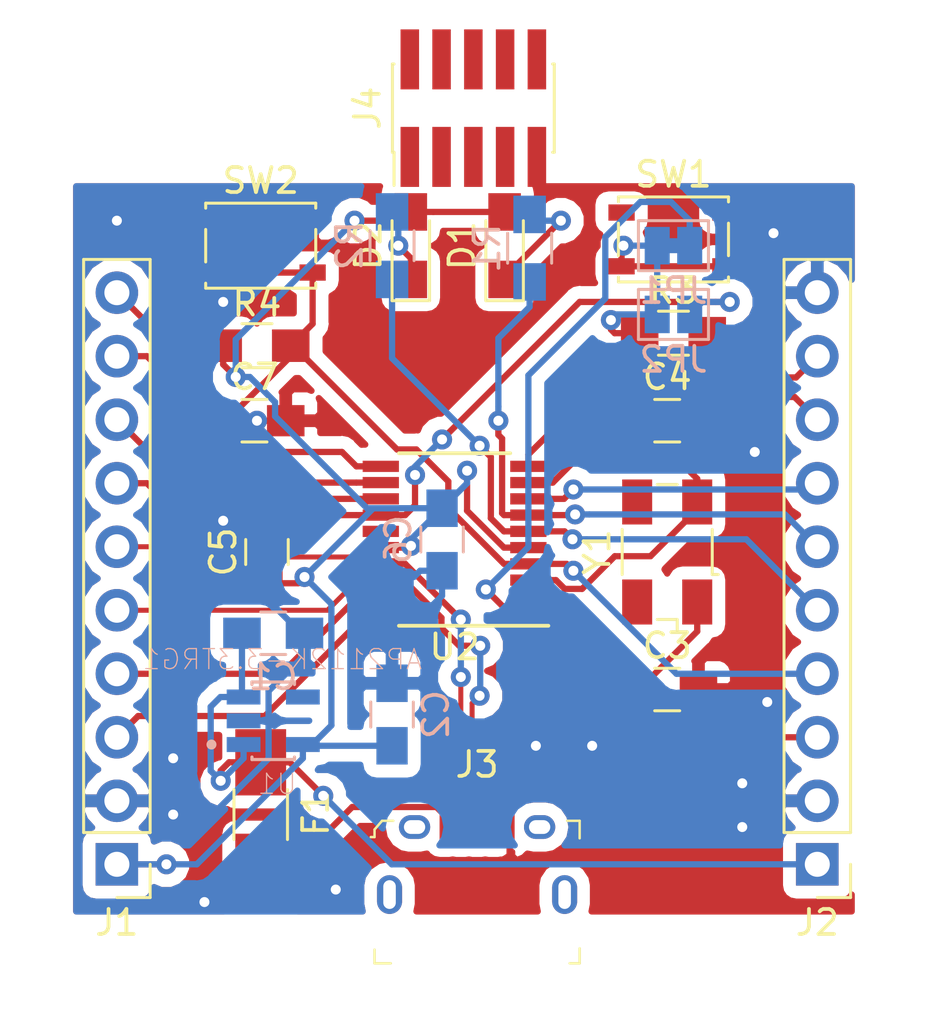
<source format=kicad_pcb>
(kicad_pcb (version 20171130) (host pcbnew "(5.0.0-rc3-dev-2-g101b68b)")

  (general
    (thickness 1.6)
    (drawings 0)
    (tracks 302)
    (zones 0)
    (modules 25)
    (nets 25)
  )

  (page A4)
  (layers
    (0 F.Cu signal)
    (31 B.Cu signal)
    (32 B.Adhes user)
    (33 F.Adhes user)
    (34 B.Paste user)
    (35 F.Paste user)
    (36 B.SilkS user)
    (37 F.SilkS user)
    (38 B.Mask user)
    (39 F.Mask user hide)
    (40 Dwgs.User user)
    (41 Cmts.User user)
    (42 Eco1.User user)
    (43 Eco2.User user)
    (44 Edge.Cuts user)
    (45 Margin user)
    (46 B.CrtYd user)
    (47 F.CrtYd user)
    (48 B.Fab user)
    (49 F.Fab user)
  )

  (setup
    (last_trace_width 0.25)
    (trace_clearance 0.2)
    (zone_clearance 0.508)
    (zone_45_only no)
    (trace_min 0.2)
    (segment_width 0.2)
    (edge_width 0.15)
    (via_size 0.8)
    (via_drill 0.4)
    (via_min_size 0.4)
    (via_min_drill 0.3)
    (uvia_size 0.3)
    (uvia_drill 0.1)
    (uvias_allowed no)
    (uvia_min_size 0.2)
    (uvia_min_drill 0.1)
    (pcb_text_width 0.3)
    (pcb_text_size 1.5 1.5)
    (mod_edge_width 0.15)
    (mod_text_size 1 1)
    (mod_text_width 0.15)
    (pad_size 1.524 1.524)
    (pad_drill 0.762)
    (pad_to_mask_clearance 0.2)
    (aux_axis_origin 0 0)
    (visible_elements FFFFFF7F)
    (pcbplotparams
      (layerselection 0x010fc_ffffffff)
      (usegerberextensions false)
      (usegerberattributes false)
      (usegerberadvancedattributes false)
      (creategerberjobfile false)
      (excludeedgelayer true)
      (linewidth 0.100000)
      (plotframeref false)
      (viasonmask false)
      (mode 1)
      (useauxorigin false)
      (hpglpennumber 1)
      (hpglpenspeed 20)
      (hpglpendiameter 15.000000)
      (psnegative false)
      (psa4output false)
      (plotreference true)
      (plotvalue true)
      (plotinvisibletext false)
      (padsonsilk false)
      (subtractmaskfromsilk false)
      (outputformat 1)
      (mirror false)
      (drillshape 1)
      (scaleselection 1)
      (outputdirectory ""))
  )

  (net 0 "")
  (net 1 GND)
  (net 2 +3V3)
  (net 3 /OSC_IN)
  (net 4 /OSC_OUT)
  (net 5 /NRST)
  (net 6 "Net-(D1-Pad1)")
  (net 7 "Net-(D2-Pad1)")
  (net 8 VBUS)
  (net 9 /PA14)
  (net 10 /PA13)
  (net 11 /PB1)
  (net 12 /PA7)
  (net 13 /PA6)
  (net 14 /PA5)
  (net 15 /PA4)
  (net 16 /PA3)
  (net 17 /PA2)
  (net 18 /PA1)
  (net 19 /PA0)
  (net 20 /BOOT)
  (net 21 "Net-(JP1-Pad1)")
  (net 22 /USB_P)
  (net 23 /USB_N)
  (net 24 +5V)

  (net_class Default "This is the default net class."
    (clearance 0.2)
    (trace_width 0.25)
    (via_dia 0.8)
    (via_drill 0.4)
    (uvia_dia 0.3)
    (uvia_drill 0.1)
    (add_net +3V3)
    (add_net +5V)
    (add_net /BOOT)
    (add_net /NRST)
    (add_net /OSC_IN)
    (add_net /OSC_OUT)
    (add_net /PA0)
    (add_net /PA1)
    (add_net /PA13)
    (add_net /PA14)
    (add_net /PA2)
    (add_net /PA3)
    (add_net /PA4)
    (add_net /PA5)
    (add_net /PA6)
    (add_net /PA7)
    (add_net /PB1)
    (add_net /USB_N)
    (add_net /USB_P)
    (add_net GND)
    (add_net "Net-(D1-Pad1)")
    (add_net "Net-(D2-Pad1)")
    (add_net "Net-(JP1-Pad1)")
    (add_net VBUS)
  )

  (module Capacitors_SMD:C_0805_HandSoldering (layer B.Cu) (tedit 58AA84A8) (tstamp 5C0C59B4)
    (at 89.5 133)
    (descr "Capacitor SMD 0805, hand soldering")
    (tags "capacitor 0805")
    (path /5C0FA4CC)
    (attr smd)
    (fp_text reference C1 (at 0 1.75) (layer B.SilkS)
      (effects (font (size 1 1) (thickness 0.15)) (justify mirror))
    )
    (fp_text value 1uF (at 0 -1.75) (layer B.Fab)
      (effects (font (size 1 1) (thickness 0.15)) (justify mirror))
    )
    (fp_line (start 2.25 -0.87) (end -2.25 -0.87) (layer B.CrtYd) (width 0.05))
    (fp_line (start 2.25 -0.87) (end 2.25 0.88) (layer B.CrtYd) (width 0.05))
    (fp_line (start -2.25 0.88) (end -2.25 -0.87) (layer B.CrtYd) (width 0.05))
    (fp_line (start -2.25 0.88) (end 2.25 0.88) (layer B.CrtYd) (width 0.05))
    (fp_line (start -0.5 -0.85) (end 0.5 -0.85) (layer B.SilkS) (width 0.12))
    (fp_line (start 0.5 0.85) (end -0.5 0.85) (layer B.SilkS) (width 0.12))
    (fp_line (start -1 0.62) (end 1 0.62) (layer B.Fab) (width 0.1))
    (fp_line (start 1 0.62) (end 1 -0.62) (layer B.Fab) (width 0.1))
    (fp_line (start 1 -0.62) (end -1 -0.62) (layer B.Fab) (width 0.1))
    (fp_line (start -1 -0.62) (end -1 0.62) (layer B.Fab) (width 0.1))
    (fp_text user %R (at 0 1.75) (layer B.Fab)
      (effects (font (size 1 1) (thickness 0.15)) (justify mirror))
    )
    (pad 2 smd rect (at 1.25 0) (size 1.5 1.25) (layers B.Cu B.Paste B.Mask)
      (net 1 GND))
    (pad 1 smd rect (at -1.25 0) (size 1.5 1.25) (layers B.Cu B.Paste B.Mask)
      (net 24 +5V))
    (model Capacitors_SMD.3dshapes/C_0805.wrl
      (at (xyz 0 0 0))
      (scale (xyz 1 1 1))
      (rotate (xyz 0 0 0))
    )
  )

  (module Capacitors_SMD:C_0805_HandSoldering (layer B.Cu) (tedit 58AA84A8) (tstamp 5C0C47B1)
    (at 94.25 136.25 90)
    (descr "Capacitor SMD 0805, hand soldering")
    (tags "capacitor 0805")
    (path /5C0EEF05)
    (attr smd)
    (fp_text reference C2 (at 0 1.75 90) (layer B.SilkS)
      (effects (font (size 1 1) (thickness 0.15)) (justify mirror))
    )
    (fp_text value 2.2uF (at 0 -1.75 90) (layer B.Fab)
      (effects (font (size 1 1) (thickness 0.15)) (justify mirror))
    )
    (fp_text user %R (at 0 1.75 90) (layer B.Fab)
      (effects (font (size 1 1) (thickness 0.15)) (justify mirror))
    )
    (fp_line (start -1 -0.62) (end -1 0.62) (layer B.Fab) (width 0.1))
    (fp_line (start 1 -0.62) (end -1 -0.62) (layer B.Fab) (width 0.1))
    (fp_line (start 1 0.62) (end 1 -0.62) (layer B.Fab) (width 0.1))
    (fp_line (start -1 0.62) (end 1 0.62) (layer B.Fab) (width 0.1))
    (fp_line (start 0.5 0.85) (end -0.5 0.85) (layer B.SilkS) (width 0.12))
    (fp_line (start -0.5 -0.85) (end 0.5 -0.85) (layer B.SilkS) (width 0.12))
    (fp_line (start -2.25 0.88) (end 2.25 0.88) (layer B.CrtYd) (width 0.05))
    (fp_line (start -2.25 0.88) (end -2.25 -0.87) (layer B.CrtYd) (width 0.05))
    (fp_line (start 2.25 -0.87) (end 2.25 0.88) (layer B.CrtYd) (width 0.05))
    (fp_line (start 2.25 -0.87) (end -2.25 -0.87) (layer B.CrtYd) (width 0.05))
    (pad 1 smd rect (at -1.25 0 90) (size 1.5 1.25) (layers B.Cu B.Paste B.Mask)
      (net 2 +3V3))
    (pad 2 smd rect (at 1.25 0 90) (size 1.5 1.25) (layers B.Cu B.Paste B.Mask)
      (net 1 GND))
    (model Capacitors_SMD.3dshapes/C_0805.wrl
      (at (xyz 0 0 0))
      (scale (xyz 1 1 1))
      (rotate (xyz 0 0 0))
    )
  )

  (module Capacitors_SMD:C_0805_HandSoldering (layer F.Cu) (tedit 58AA84A8) (tstamp 5C0C47C2)
    (at 105.25 135.25)
    (descr "Capacitor SMD 0805, hand soldering")
    (tags "capacitor 0805")
    (path /5C0B9AAF)
    (attr smd)
    (fp_text reference C3 (at 0 -1.75) (layer F.SilkS)
      (effects (font (size 1 1) (thickness 0.15)))
    )
    (fp_text value 22pF (at 0 1.75) (layer F.Fab)
      (effects (font (size 1 1) (thickness 0.15)))
    )
    (fp_text user %R (at 0 -1.75) (layer F.Fab)
      (effects (font (size 1 1) (thickness 0.15)))
    )
    (fp_line (start -1 0.62) (end -1 -0.62) (layer F.Fab) (width 0.1))
    (fp_line (start 1 0.62) (end -1 0.62) (layer F.Fab) (width 0.1))
    (fp_line (start 1 -0.62) (end 1 0.62) (layer F.Fab) (width 0.1))
    (fp_line (start -1 -0.62) (end 1 -0.62) (layer F.Fab) (width 0.1))
    (fp_line (start 0.5 -0.85) (end -0.5 -0.85) (layer F.SilkS) (width 0.12))
    (fp_line (start -0.5 0.85) (end 0.5 0.85) (layer F.SilkS) (width 0.12))
    (fp_line (start -2.25 -0.88) (end 2.25 -0.88) (layer F.CrtYd) (width 0.05))
    (fp_line (start -2.25 -0.88) (end -2.25 0.87) (layer F.CrtYd) (width 0.05))
    (fp_line (start 2.25 0.87) (end 2.25 -0.88) (layer F.CrtYd) (width 0.05))
    (fp_line (start 2.25 0.87) (end -2.25 0.87) (layer F.CrtYd) (width 0.05))
    (pad 1 smd rect (at -1.25 0) (size 1.5 1.25) (layers F.Cu F.Paste F.Mask)
      (net 3 /OSC_IN))
    (pad 2 smd rect (at 1.25 0) (size 1.5 1.25) (layers F.Cu F.Paste F.Mask)
      (net 1 GND))
    (model Capacitors_SMD.3dshapes/C_0805.wrl
      (at (xyz 0 0 0))
      (scale (xyz 1 1 1))
      (rotate (xyz 0 0 0))
    )
  )

  (module Capacitors_SMD:C_0805_HandSoldering (layer F.Cu) (tedit 58AA84A8) (tstamp 5C0C47D3)
    (at 105.25 124.5)
    (descr "Capacitor SMD 0805, hand soldering")
    (tags "capacitor 0805")
    (path /5C0B9AFF)
    (attr smd)
    (fp_text reference C4 (at 0 -1.75) (layer F.SilkS)
      (effects (font (size 1 1) (thickness 0.15)))
    )
    (fp_text value 22pF (at 0 1.75) (layer F.Fab)
      (effects (font (size 1 1) (thickness 0.15)))
    )
    (fp_line (start 2.25 0.87) (end -2.25 0.87) (layer F.CrtYd) (width 0.05))
    (fp_line (start 2.25 0.87) (end 2.25 -0.88) (layer F.CrtYd) (width 0.05))
    (fp_line (start -2.25 -0.88) (end -2.25 0.87) (layer F.CrtYd) (width 0.05))
    (fp_line (start -2.25 -0.88) (end 2.25 -0.88) (layer F.CrtYd) (width 0.05))
    (fp_line (start -0.5 0.85) (end 0.5 0.85) (layer F.SilkS) (width 0.12))
    (fp_line (start 0.5 -0.85) (end -0.5 -0.85) (layer F.SilkS) (width 0.12))
    (fp_line (start -1 -0.62) (end 1 -0.62) (layer F.Fab) (width 0.1))
    (fp_line (start 1 -0.62) (end 1 0.62) (layer F.Fab) (width 0.1))
    (fp_line (start 1 0.62) (end -1 0.62) (layer F.Fab) (width 0.1))
    (fp_line (start -1 0.62) (end -1 -0.62) (layer F.Fab) (width 0.1))
    (fp_text user %R (at 0 -1.75) (layer F.Fab)
      (effects (font (size 1 1) (thickness 0.15)))
    )
    (pad 2 smd rect (at 1.25 0) (size 1.5 1.25) (layers F.Cu F.Paste F.Mask)
      (net 1 GND))
    (pad 1 smd rect (at -1.25 0) (size 1.5 1.25) (layers F.Cu F.Paste F.Mask)
      (net 4 /OSC_OUT))
    (model Capacitors_SMD.3dshapes/C_0805.wrl
      (at (xyz 0 0 0))
      (scale (xyz 1 1 1))
      (rotate (xyz 0 0 0))
    )
  )

  (module Capacitors_SMD:C_0805_HandSoldering (layer F.Cu) (tedit 58AA84A8) (tstamp 5C0C47E4)
    (at 89.25 129.75 90)
    (descr "Capacitor SMD 0805, hand soldering")
    (tags "capacitor 0805")
    (path /5C0B7397)
    (attr smd)
    (fp_text reference C5 (at 0 -1.75 90) (layer F.SilkS)
      (effects (font (size 1 1) (thickness 0.15)))
    )
    (fp_text value 1uF (at 0 1.75 90) (layer F.Fab)
      (effects (font (size 1 1) (thickness 0.15)))
    )
    (fp_line (start 2.25 0.87) (end -2.25 0.87) (layer F.CrtYd) (width 0.05))
    (fp_line (start 2.25 0.87) (end 2.25 -0.88) (layer F.CrtYd) (width 0.05))
    (fp_line (start -2.25 -0.88) (end -2.25 0.87) (layer F.CrtYd) (width 0.05))
    (fp_line (start -2.25 -0.88) (end 2.25 -0.88) (layer F.CrtYd) (width 0.05))
    (fp_line (start -0.5 0.85) (end 0.5 0.85) (layer F.SilkS) (width 0.12))
    (fp_line (start 0.5 -0.85) (end -0.5 -0.85) (layer F.SilkS) (width 0.12))
    (fp_line (start -1 -0.62) (end 1 -0.62) (layer F.Fab) (width 0.1))
    (fp_line (start 1 -0.62) (end 1 0.62) (layer F.Fab) (width 0.1))
    (fp_line (start 1 0.62) (end -1 0.62) (layer F.Fab) (width 0.1))
    (fp_line (start -1 0.62) (end -1 -0.62) (layer F.Fab) (width 0.1))
    (fp_text user %R (at 0 -1.75 90) (layer F.Fab)
      (effects (font (size 1 1) (thickness 0.15)))
    )
    (pad 2 smd rect (at 1.25 0 90) (size 1.5 1.25) (layers F.Cu F.Paste F.Mask)
      (net 1 GND))
    (pad 1 smd rect (at -1.25 0 90) (size 1.5 1.25) (layers F.Cu F.Paste F.Mask)
      (net 2 +3V3))
    (model Capacitors_SMD.3dshapes/C_0805.wrl
      (at (xyz 0 0 0))
      (scale (xyz 1 1 1))
      (rotate (xyz 0 0 0))
    )
  )

  (module Capacitors_SMD:C_0805_HandSoldering (layer B.Cu) (tedit 58AA84A8) (tstamp 5C0C47F5)
    (at 96.25 129.25 270)
    (descr "Capacitor SMD 0805, hand soldering")
    (tags "capacitor 0805")
    (path /5C0B7322)
    (attr smd)
    (fp_text reference C6 (at 0 1.75 270) (layer B.SilkS)
      (effects (font (size 1 1) (thickness 0.15)) (justify mirror))
    )
    (fp_text value 1uF (at 0 -1.75 270) (layer B.Fab)
      (effects (font (size 1 1) (thickness 0.15)) (justify mirror))
    )
    (fp_text user %R (at 0 1.75 270) (layer B.Fab)
      (effects (font (size 1 1) (thickness 0.15)) (justify mirror))
    )
    (fp_line (start -1 -0.62) (end -1 0.62) (layer B.Fab) (width 0.1))
    (fp_line (start 1 -0.62) (end -1 -0.62) (layer B.Fab) (width 0.1))
    (fp_line (start 1 0.62) (end 1 -0.62) (layer B.Fab) (width 0.1))
    (fp_line (start -1 0.62) (end 1 0.62) (layer B.Fab) (width 0.1))
    (fp_line (start 0.5 0.85) (end -0.5 0.85) (layer B.SilkS) (width 0.12))
    (fp_line (start -0.5 -0.85) (end 0.5 -0.85) (layer B.SilkS) (width 0.12))
    (fp_line (start -2.25 0.88) (end 2.25 0.88) (layer B.CrtYd) (width 0.05))
    (fp_line (start -2.25 0.88) (end -2.25 -0.87) (layer B.CrtYd) (width 0.05))
    (fp_line (start 2.25 -0.87) (end 2.25 0.88) (layer B.CrtYd) (width 0.05))
    (fp_line (start 2.25 -0.87) (end -2.25 -0.87) (layer B.CrtYd) (width 0.05))
    (pad 1 smd rect (at -1.25 0 270) (size 1.5 1.25) (layers B.Cu B.Paste B.Mask)
      (net 2 +3V3))
    (pad 2 smd rect (at 1.25 0 270) (size 1.5 1.25) (layers B.Cu B.Paste B.Mask)
      (net 1 GND))
    (model Capacitors_SMD.3dshapes/C_0805.wrl
      (at (xyz 0 0 0))
      (scale (xyz 1 1 1))
      (rotate (xyz 0 0 0))
    )
  )

  (module Capacitors_SMD:C_0805_HandSoldering (layer F.Cu) (tedit 58AA84A8) (tstamp 5C0C4806)
    (at 88.75 124.5)
    (descr "Capacitor SMD 0805, hand soldering")
    (tags "capacitor 0805")
    (path /5C0B5846)
    (attr smd)
    (fp_text reference C7 (at 0 -1.75) (layer F.SilkS)
      (effects (font (size 1 1) (thickness 0.15)))
    )
    (fp_text value 0.1uF (at 0 1.75) (layer F.Fab)
      (effects (font (size 1 1) (thickness 0.15)))
    )
    (fp_line (start 2.25 0.87) (end -2.25 0.87) (layer F.CrtYd) (width 0.05))
    (fp_line (start 2.25 0.87) (end 2.25 -0.88) (layer F.CrtYd) (width 0.05))
    (fp_line (start -2.25 -0.88) (end -2.25 0.87) (layer F.CrtYd) (width 0.05))
    (fp_line (start -2.25 -0.88) (end 2.25 -0.88) (layer F.CrtYd) (width 0.05))
    (fp_line (start -0.5 0.85) (end 0.5 0.85) (layer F.SilkS) (width 0.12))
    (fp_line (start 0.5 -0.85) (end -0.5 -0.85) (layer F.SilkS) (width 0.12))
    (fp_line (start -1 -0.62) (end 1 -0.62) (layer F.Fab) (width 0.1))
    (fp_line (start 1 -0.62) (end 1 0.62) (layer F.Fab) (width 0.1))
    (fp_line (start 1 0.62) (end -1 0.62) (layer F.Fab) (width 0.1))
    (fp_line (start -1 0.62) (end -1 -0.62) (layer F.Fab) (width 0.1))
    (fp_text user %R (at 0 -1.75) (layer F.Fab)
      (effects (font (size 1 1) (thickness 0.15)))
    )
    (pad 2 smd rect (at 1.25 0) (size 1.5 1.25) (layers F.Cu F.Paste F.Mask)
      (net 1 GND))
    (pad 1 smd rect (at -1.25 0) (size 1.5 1.25) (layers F.Cu F.Paste F.Mask)
      (net 5 /NRST))
    (model Capacitors_SMD.3dshapes/C_0805.wrl
      (at (xyz 0 0 0))
      (scale (xyz 1 1 1))
      (rotate (xyz 0 0 0))
    )
  )

  (module LEDs:LED_0805_HandSoldering (layer F.Cu) (tedit 595FCA25) (tstamp 5C0C481B)
    (at 98.75 117.5 90)
    (descr "Resistor SMD 0805, hand soldering")
    (tags "resistor 0805")
    (path /5C0C1A5D)
    (attr smd)
    (fp_text reference D1 (at 0 -1.7 90) (layer F.SilkS)
      (effects (font (size 1 1) (thickness 0.15)))
    )
    (fp_text value LED (at 0 1.75 90) (layer F.Fab)
      (effects (font (size 1 1) (thickness 0.15)))
    )
    (fp_line (start -2.2 -0.75) (end -2.2 0.75) (layer F.SilkS) (width 0.12))
    (fp_line (start 2.35 0.9) (end -2.35 0.9) (layer F.CrtYd) (width 0.05))
    (fp_line (start 2.35 0.9) (end 2.35 -0.9) (layer F.CrtYd) (width 0.05))
    (fp_line (start -2.35 -0.9) (end -2.35 0.9) (layer F.CrtYd) (width 0.05))
    (fp_line (start -2.35 -0.9) (end 2.35 -0.9) (layer F.CrtYd) (width 0.05))
    (fp_line (start -2.2 -0.75) (end 1 -0.75) (layer F.SilkS) (width 0.12))
    (fp_line (start 1 0.75) (end -2.2 0.75) (layer F.SilkS) (width 0.12))
    (fp_line (start -1 -0.62) (end 1 -0.62) (layer F.Fab) (width 0.1))
    (fp_line (start 1 -0.62) (end 1 0.62) (layer F.Fab) (width 0.1))
    (fp_line (start 1 0.62) (end -1 0.62) (layer F.Fab) (width 0.1))
    (fp_line (start -1 0.62) (end -1 -0.62) (layer F.Fab) (width 0.1))
    (fp_line (start 0.2 -0.4) (end 0.2 0.4) (layer F.Fab) (width 0.1))
    (fp_line (start 0.2 0.4) (end -0.4 0) (layer F.Fab) (width 0.1))
    (fp_line (start -0.4 0) (end 0.2 -0.4) (layer F.Fab) (width 0.1))
    (fp_line (start -0.4 -0.4) (end -0.4 0.4) (layer F.Fab) (width 0.1))
    (pad 2 smd rect (at 1.35 0 90) (size 1.5 1.3) (layers F.Cu F.Paste F.Mask)
      (net 2 +3V3))
    (pad 1 smd rect (at -1.35 0 90) (size 1.5 1.3) (layers F.Cu F.Paste F.Mask)
      (net 6 "Net-(D1-Pad1)"))
    (model ${KISYS3DMOD}/LEDs.3dshapes/LED_0805.wrl
      (at (xyz 0 0 0))
      (scale (xyz 1 1 1))
      (rotate (xyz 0 0 0))
    )
  )

  (module LEDs:LED_0805_HandSoldering (layer F.Cu) (tedit 595FCA25) (tstamp 5C0C4830)
    (at 95 117.5 90)
    (descr "Resistor SMD 0805, hand soldering")
    (tags "resistor 0805")
    (path /5C0C7FC2)
    (attr smd)
    (fp_text reference D2 (at 0 -1.7 90) (layer F.SilkS)
      (effects (font (size 1 1) (thickness 0.15)))
    )
    (fp_text value LED (at 0 1.75 90) (layer F.Fab)
      (effects (font (size 1 1) (thickness 0.15)))
    )
    (fp_line (start -0.4 -0.4) (end -0.4 0.4) (layer F.Fab) (width 0.1))
    (fp_line (start -0.4 0) (end 0.2 -0.4) (layer F.Fab) (width 0.1))
    (fp_line (start 0.2 0.4) (end -0.4 0) (layer F.Fab) (width 0.1))
    (fp_line (start 0.2 -0.4) (end 0.2 0.4) (layer F.Fab) (width 0.1))
    (fp_line (start -1 0.62) (end -1 -0.62) (layer F.Fab) (width 0.1))
    (fp_line (start 1 0.62) (end -1 0.62) (layer F.Fab) (width 0.1))
    (fp_line (start 1 -0.62) (end 1 0.62) (layer F.Fab) (width 0.1))
    (fp_line (start -1 -0.62) (end 1 -0.62) (layer F.Fab) (width 0.1))
    (fp_line (start 1 0.75) (end -2.2 0.75) (layer F.SilkS) (width 0.12))
    (fp_line (start -2.2 -0.75) (end 1 -0.75) (layer F.SilkS) (width 0.12))
    (fp_line (start -2.35 -0.9) (end 2.35 -0.9) (layer F.CrtYd) (width 0.05))
    (fp_line (start -2.35 -0.9) (end -2.35 0.9) (layer F.CrtYd) (width 0.05))
    (fp_line (start 2.35 0.9) (end 2.35 -0.9) (layer F.CrtYd) (width 0.05))
    (fp_line (start 2.35 0.9) (end -2.35 0.9) (layer F.CrtYd) (width 0.05))
    (fp_line (start -2.2 -0.75) (end -2.2 0.75) (layer F.SilkS) (width 0.12))
    (pad 1 smd rect (at -1.35 0 90) (size 1.5 1.3) (layers F.Cu F.Paste F.Mask)
      (net 7 "Net-(D2-Pad1)"))
    (pad 2 smd rect (at 1.35 0 90) (size 1.5 1.3) (layers F.Cu F.Paste F.Mask)
      (net 2 +3V3))
    (model ${KISYS3DMOD}/LEDs.3dshapes/LED_0805.wrl
      (at (xyz 0 0 0))
      (scale (xyz 1 1 1))
      (rotate (xyz 0 0 0))
    )
  )

  (module Fuse_Holders_and_Fuses:Fuse_SMD1206_HandSoldering (layer F.Cu) (tedit 0) (tstamp 5C0C4840)
    (at 89 140.25 270)
    (descr "Fuse, Sicherung, SMD1206, Littlefuse-Wickmann 433 Series, Hand Soldering,")
    (tags "Fuse Sicherung SMD1206 Littlefuse-Wickmann 433 Series Hand Soldering ")
    (path /5C102DC5)
    (attr smd)
    (fp_text reference F1 (at -0.05 -2.2 270) (layer F.SilkS)
      (effects (font (size 1 1) (thickness 0.15)))
    )
    (fp_text value 500mA (at -0.15 2.5 270) (layer F.Fab)
      (effects (font (size 1 1) (thickness 0.15)))
    )
    (fp_line (start 3.35 1.58) (end -3.35 1.58) (layer F.CrtYd) (width 0.05))
    (fp_line (start 3.35 1.58) (end 3.35 -1.58) (layer F.CrtYd) (width 0.05))
    (fp_line (start -3.35 -1.58) (end -3.35 1.58) (layer F.CrtYd) (width 0.05))
    (fp_line (start -3.35 -1.58) (end 3.35 -1.58) (layer F.CrtYd) (width 0.05))
    (fp_line (start -1 -1.07) (end 1 -1.07) (layer F.SilkS) (width 0.12))
    (fp_line (start 1 1.07) (end -1 1.07) (layer F.SilkS) (width 0.12))
    (fp_line (start -1.6 -0.8) (end 1.6 -0.8) (layer F.Fab) (width 0.1))
    (fp_line (start 1.6 -0.8) (end 1.6 0.8) (layer F.Fab) (width 0.1))
    (fp_line (start 1.6 0.8) (end -1.6 0.8) (layer F.Fab) (width 0.1))
    (fp_line (start -1.6 0.8) (end -1.6 -0.8) (layer F.Fab) (width 0.1))
    (pad 2 smd rect (at 2.09 0) (size 2.03 2.65) (layers F.Cu F.Paste F.Mask)
      (net 8 VBUS))
    (pad 1 smd rect (at -2.09 0) (size 2.03 2.65) (layers F.Cu F.Paste F.Mask)
      (net 24 +5V))
  )

  (module Pin_Headers:Pin_Header_Straight_1x10_Pitch2.54mm (layer F.Cu) (tedit 59650532) (tstamp 5C0C485E)
    (at 83.25 142.24 180)
    (descr "Through hole straight pin header, 1x10, 2.54mm pitch, single row")
    (tags "Through hole pin header THT 1x10 2.54mm single row")
    (path /5C16AD71)
    (fp_text reference J1 (at 0 -2.33 180) (layer F.SilkS)
      (effects (font (size 1 1) (thickness 0.15)))
    )
    (fp_text value Conn_01x10 (at 0 25.19 180) (layer F.Fab)
      (effects (font (size 1 1) (thickness 0.15)))
    )
    (fp_line (start -0.635 -1.27) (end 1.27 -1.27) (layer F.Fab) (width 0.1))
    (fp_line (start 1.27 -1.27) (end 1.27 24.13) (layer F.Fab) (width 0.1))
    (fp_line (start 1.27 24.13) (end -1.27 24.13) (layer F.Fab) (width 0.1))
    (fp_line (start -1.27 24.13) (end -1.27 -0.635) (layer F.Fab) (width 0.1))
    (fp_line (start -1.27 -0.635) (end -0.635 -1.27) (layer F.Fab) (width 0.1))
    (fp_line (start -1.33 24.19) (end 1.33 24.19) (layer F.SilkS) (width 0.12))
    (fp_line (start -1.33 1.27) (end -1.33 24.19) (layer F.SilkS) (width 0.12))
    (fp_line (start 1.33 1.27) (end 1.33 24.19) (layer F.SilkS) (width 0.12))
    (fp_line (start -1.33 1.27) (end 1.33 1.27) (layer F.SilkS) (width 0.12))
    (fp_line (start -1.33 0) (end -1.33 -1.33) (layer F.SilkS) (width 0.12))
    (fp_line (start -1.33 -1.33) (end 0 -1.33) (layer F.SilkS) (width 0.12))
    (fp_line (start -1.8 -1.8) (end -1.8 24.65) (layer F.CrtYd) (width 0.05))
    (fp_line (start -1.8 24.65) (end 1.8 24.65) (layer F.CrtYd) (width 0.05))
    (fp_line (start 1.8 24.65) (end 1.8 -1.8) (layer F.CrtYd) (width 0.05))
    (fp_line (start 1.8 -1.8) (end -1.8 -1.8) (layer F.CrtYd) (width 0.05))
    (fp_text user %R (at 0 11.43 270) (layer F.Fab)
      (effects (font (size 1 1) (thickness 0.15)))
    )
    (pad 1 thru_hole rect (at 0 0 180) (size 1.7 1.7) (drill 1) (layers *.Cu *.Mask)
      (net 2 +3V3))
    (pad 2 thru_hole oval (at 0 2.54 180) (size 1.7 1.7) (drill 1) (layers *.Cu *.Mask)
      (net 1 GND))
    (pad 3 thru_hole oval (at 0 5.08 180) (size 1.7 1.7) (drill 1) (layers *.Cu *.Mask)
      (net 9 /PA14))
    (pad 4 thru_hole oval (at 0 7.62 180) (size 1.7 1.7) (drill 1) (layers *.Cu *.Mask)
      (net 10 /PA13))
    (pad 5 thru_hole oval (at 0 10.16 180) (size 1.7 1.7) (drill 1) (layers *.Cu *.Mask)
      (net 22 /USB_P))
    (pad 6 thru_hole oval (at 0 12.7 180) (size 1.7 1.7) (drill 1) (layers *.Cu *.Mask)
      (net 23 /USB_N))
    (pad 7 thru_hole oval (at 0 15.24 180) (size 1.7 1.7) (drill 1) (layers *.Cu *.Mask)
      (net 11 /PB1))
    (pad 8 thru_hole oval (at 0 17.78 180) (size 1.7 1.7) (drill 1) (layers *.Cu *.Mask)
      (net 12 /PA7))
    (pad 9 thru_hole oval (at 0 20.32 180) (size 1.7 1.7) (drill 1) (layers *.Cu *.Mask)
      (net 13 /PA6))
    (pad 10 thru_hole oval (at 0 22.86 180) (size 1.7 1.7) (drill 1) (layers *.Cu *.Mask)
      (net 14 /PA5))
    (model ${KISYS3DMOD}/Pin_Headers.3dshapes/Pin_Header_Straight_1x10_Pitch2.54mm.wrl
      (at (xyz 0 0 0))
      (scale (xyz 1 1 1))
      (rotate (xyz 0 0 0))
    )
  )

  (module Pin_Headers:Pin_Header_Straight_1x10_Pitch2.54mm (layer F.Cu) (tedit 59650532) (tstamp 5C0C487C)
    (at 111.25 142.24 180)
    (descr "Through hole straight pin header, 1x10, 2.54mm pitch, single row")
    (tags "Through hole pin header THT 1x10 2.54mm single row")
    (path /5C16ACC6)
    (fp_text reference J2 (at 0 -2.33 180) (layer F.SilkS)
      (effects (font (size 1 1) (thickness 0.15)))
    )
    (fp_text value Conn_01x10 (at 0 25.19 180) (layer F.Fab)
      (effects (font (size 1 1) (thickness 0.15)))
    )
    (fp_text user %R (at 0 11.43 270) (layer F.Fab)
      (effects (font (size 1 1) (thickness 0.15)))
    )
    (fp_line (start 1.8 -1.8) (end -1.8 -1.8) (layer F.CrtYd) (width 0.05))
    (fp_line (start 1.8 24.65) (end 1.8 -1.8) (layer F.CrtYd) (width 0.05))
    (fp_line (start -1.8 24.65) (end 1.8 24.65) (layer F.CrtYd) (width 0.05))
    (fp_line (start -1.8 -1.8) (end -1.8 24.65) (layer F.CrtYd) (width 0.05))
    (fp_line (start -1.33 -1.33) (end 0 -1.33) (layer F.SilkS) (width 0.12))
    (fp_line (start -1.33 0) (end -1.33 -1.33) (layer F.SilkS) (width 0.12))
    (fp_line (start -1.33 1.27) (end 1.33 1.27) (layer F.SilkS) (width 0.12))
    (fp_line (start 1.33 1.27) (end 1.33 24.19) (layer F.SilkS) (width 0.12))
    (fp_line (start -1.33 1.27) (end -1.33 24.19) (layer F.SilkS) (width 0.12))
    (fp_line (start -1.33 24.19) (end 1.33 24.19) (layer F.SilkS) (width 0.12))
    (fp_line (start -1.27 -0.635) (end -0.635 -1.27) (layer F.Fab) (width 0.1))
    (fp_line (start -1.27 24.13) (end -1.27 -0.635) (layer F.Fab) (width 0.1))
    (fp_line (start 1.27 24.13) (end -1.27 24.13) (layer F.Fab) (width 0.1))
    (fp_line (start 1.27 -1.27) (end 1.27 24.13) (layer F.Fab) (width 0.1))
    (fp_line (start -0.635 -1.27) (end 1.27 -1.27) (layer F.Fab) (width 0.1))
    (pad 10 thru_hole oval (at 0 22.86 180) (size 1.7 1.7) (drill 1) (layers *.Cu *.Mask)
      (net 1 GND))
    (pad 9 thru_hole oval (at 0 20.32 180) (size 1.7 1.7) (drill 1) (layers *.Cu *.Mask)
      (net 15 /PA4))
    (pad 8 thru_hole oval (at 0 17.78 180) (size 1.7 1.7) (drill 1) (layers *.Cu *.Mask)
      (net 16 /PA3))
    (pad 7 thru_hole oval (at 0 15.24 180) (size 1.7 1.7) (drill 1) (layers *.Cu *.Mask)
      (net 17 /PA2))
    (pad 6 thru_hole oval (at 0 12.7 180) (size 1.7 1.7) (drill 1) (layers *.Cu *.Mask)
      (net 18 /PA1))
    (pad 5 thru_hole oval (at 0 10.16 180) (size 1.7 1.7) (drill 1) (layers *.Cu *.Mask)
      (net 19 /PA0))
    (pad 4 thru_hole oval (at 0 7.62 180) (size 1.7 1.7) (drill 1) (layers *.Cu *.Mask)
      (net 5 /NRST))
    (pad 3 thru_hole oval (at 0 5.08 180) (size 1.7 1.7) (drill 1) (layers *.Cu *.Mask)
      (net 20 /BOOT))
    (pad 2 thru_hole oval (at 0 2.54 180) (size 1.7 1.7) (drill 1) (layers *.Cu *.Mask)
      (net 1 GND))
    (pad 1 thru_hole rect (at 0 0 180) (size 1.7 1.7) (drill 1) (layers *.Cu *.Mask)
      (net 24 +5V))
    (model ${KISYS3DMOD}/Pin_Headers.3dshapes/Pin_Header_Straight_1x10_Pitch2.54mm.wrl
      (at (xyz 0 0 0))
      (scale (xyz 1 1 1))
      (rotate (xyz 0 0 0))
    )
  )

  (module digikey-footprints:USB_Micro_B_Female_10118194-0001LF (layer F.Cu) (tedit 5B07215D) (tstamp 5C0C6085)
    (at 97.65 140.75)
    (descr http://portal.fciconnect.com/Comergent//fci/drawing/10118194.pdf)
    (path /5C0D06C0)
    (fp_text reference J3 (at 0 -2.5) (layer F.SilkS)
      (effects (font (size 1 1) (thickness 0.15)))
    )
    (fp_text value USB_B_Micro (at 0 7) (layer F.Fab)
      (effects (font (size 1 1) (thickness 0.15)))
    )
    (fp_line (start 4.5 5.75) (end 4.5 -1) (layer F.CrtYd) (width 0.05))
    (fp_line (start -4.5 5.75) (end 4.5 5.75) (layer F.CrtYd) (width 0.05))
    (fp_line (start -4.5 5.75) (end -4.5 -1) (layer F.CrtYd) (width 0.05))
    (fp_line (start -4.5 -1) (end 4.5 -1) (layer F.CrtYd) (width 0.05))
    (fp_line (start -4.1 4.9) (end -4.1 5.45) (layer F.SilkS) (width 0.1))
    (fp_line (start -4.1 5.45) (end -3.45 5.45) (layer F.SilkS) (width 0.1))
    (fp_line (start 4.1 4.85) (end 4.1 5.45) (layer F.SilkS) (width 0.1))
    (fp_line (start 4.1 5.45) (end 3.7 5.45) (layer F.SilkS) (width 0.1))
    (fp_line (start 3.6 -0.25) (end 4.1 -0.25) (layer F.SilkS) (width 0.1))
    (fp_line (start 4.1 -0.25) (end 4.1 0.45) (layer F.SilkS) (width 0.1))
    (fp_line (start -3.35 -0.25) (end -3.8 -0.25) (layer F.SilkS) (width 0.1))
    (fp_line (start -3.8 -0.25) (end -4.1 0.1) (layer F.SilkS) (width 0.1))
    (fp_line (start -4.1 0.1) (end -4.1 0.4) (layer F.SilkS) (width 0.1))
    (fp_line (start -4.1 0.4) (end -4.25 0.4) (layer F.SilkS) (width 0.1))
    (fp_line (start -4.03 5.38) (end -4.02 0.23) (layer F.Fab) (width 0.1))
    (fp_line (start 4.02 -0.15) (end -3.71 -0.15) (layer F.Fab) (width 0.1))
    (fp_line (start -4.02 0.23) (end -3.71 -0.15) (layer F.Fab) (width 0.1))
    (fp_text user %R (at 0 2.84) (layer F.Fab)
      (effects (font (size 1 1) (thickness 0.15)))
    )
    (fp_line (start -4.025 5.38) (end 4.025 5.38) (layer F.Fab) (width 0.1))
    (fp_line (start 4.025 5.38) (end 4.025 -0.15) (layer F.Fab) (width 0.1))
    (pad 3 smd rect (at 0 0) (size 0.4 1.35) (layers F.Cu F.Paste F.Mask)
      (net 22 /USB_P))
    (pad 4 smd rect (at 0.65 0) (size 0.4 1.35) (layers F.Cu F.Paste F.Mask))
    (pad 5 smd rect (at 1.3 0) (size 0.4 1.35) (layers F.Cu F.Paste F.Mask)
      (net 1 GND))
    (pad 2 smd rect (at -0.65 0) (size 0.4 1.35) (layers F.Cu F.Paste F.Mask)
      (net 23 /USB_N))
    (pad 1 smd rect (at -1.3 0) (size 0.4 1.35) (layers F.Cu F.Paste F.Mask)
      (net 8 VBUS))
    (pad SH thru_hole oval (at 2.5 0) (size 1.25 0.95) (drill oval 0.85 0.55) (layers *.Cu *.Mask))
    (pad SH thru_hole oval (at -2.5 0) (size 1.25 0.95) (drill oval 0.85 0.55) (layers *.Cu *.Mask))
    (pad SH thru_hole oval (at -3.5 2.7) (size 1 1.55) (drill oval 0.5 1.15) (layers *.Cu *.Mask))
    (pad SH thru_hole oval (at 3.5 2.7) (size 1 1.55) (drill oval 0.5 1.15) (layers *.Cu *.Mask))
  )

  (module Jumper:SolderJumper-2_P1.3mm_Bridged_Pad1.0x1.5mm (layer B.Cu) (tedit 5A3EABFC) (tstamp 5C0C48AC)
    (at 105.5 117.5)
    (descr "SMD Solder Jumper, 1x1.5mm Pads, 0.3mm gap, bridged with 1 copper strip")
    (tags "solder jumper open")
    (path /5C0B3515)
    (attr virtual)
    (fp_text reference JP1 (at 0 1.8) (layer B.SilkS)
      (effects (font (size 1 1) (thickness 0.15)) (justify mirror))
    )
    (fp_text value Jumper_NC_Small (at 0 -1.9) (layer B.Fab)
      (effects (font (size 1 1) (thickness 0.15)) (justify mirror))
    )
    (fp_line (start -1.4 -1) (end -1.4 1) (layer B.SilkS) (width 0.12))
    (fp_line (start 1.4 -1) (end -1.4 -1) (layer B.SilkS) (width 0.12))
    (fp_line (start 1.4 1) (end 1.4 -1) (layer B.SilkS) (width 0.12))
    (fp_line (start -1.4 1) (end 1.4 1) (layer B.SilkS) (width 0.12))
    (fp_line (start -1.65 1.25) (end 1.65 1.25) (layer B.CrtYd) (width 0.05))
    (fp_line (start -1.65 1.25) (end -1.65 -1.25) (layer B.CrtYd) (width 0.05))
    (fp_line (start 1.65 -1.25) (end 1.65 1.25) (layer B.CrtYd) (width 0.05))
    (fp_line (start 1.65 -1.25) (end -1.65 -1.25) (layer B.CrtYd) (width 0.05))
    (pad 1 smd rect (at 0 0) (size 0.5 0.6) (layers B.Cu B.Mask)
      (net 21 "Net-(JP1-Pad1)"))
    (pad 2 smd rect (at 0.65 0) (size 1 1.5) (layers B.Cu B.Mask)
      (net 20 /BOOT))
    (pad 1 smd rect (at -0.65 0) (size 1 1.5) (layers B.Cu B.Mask)
      (net 21 "Net-(JP1-Pad1)"))
  )

  (module Jumper:SolderJumper-2_P1.3mm_Open_Pad1.0x1.5mm (layer B.Cu) (tedit 5A3EABFC) (tstamp 5C0C48BA)
    (at 105.5 120.25)
    (descr "SMD Solder Jumper, 1x1.5mm Pads, 0.3mm gap, open")
    (tags "solder jumper open")
    (path /5C0BD8A6)
    (attr virtual)
    (fp_text reference JP2 (at 0 1.8) (layer B.SilkS)
      (effects (font (size 1 1) (thickness 0.15)) (justify mirror))
    )
    (fp_text value Jumper_NO_Small (at 0 -1.9) (layer B.Fab)
      (effects (font (size 1 1) (thickness 0.15)) (justify mirror))
    )
    (fp_line (start -1.4 -1) (end -1.4 1) (layer B.SilkS) (width 0.12))
    (fp_line (start 1.4 -1) (end -1.4 -1) (layer B.SilkS) (width 0.12))
    (fp_line (start 1.4 1) (end 1.4 -1) (layer B.SilkS) (width 0.12))
    (fp_line (start -1.4 1) (end 1.4 1) (layer B.SilkS) (width 0.12))
    (fp_line (start -1.65 1.25) (end 1.65 1.25) (layer B.CrtYd) (width 0.05))
    (fp_line (start -1.65 1.25) (end -1.65 -1.25) (layer B.CrtYd) (width 0.05))
    (fp_line (start 1.65 -1.25) (end 1.65 1.25) (layer B.CrtYd) (width 0.05))
    (fp_line (start 1.65 -1.25) (end -1.65 -1.25) (layer B.CrtYd) (width 0.05))
    (pad 2 smd rect (at 0.65 0) (size 1 1.5) (layers B.Cu B.Mask)
      (net 11 /PB1))
    (pad 1 smd rect (at -0.65 0) (size 1 1.5) (layers B.Cu B.Mask)
      (net 21 "Net-(JP1-Pad1)"))
  )

  (module Resistors_SMD:R_0805_HandSoldering (layer B.Cu) (tedit 58E0A804) (tstamp 5C0C48CB)
    (at 99.75 117.6 270)
    (descr "Resistor SMD 0805, hand soldering")
    (tags "resistor 0805")
    (path /5C0C1B92)
    (attr smd)
    (fp_text reference R1 (at 0 1.7 270) (layer B.SilkS)
      (effects (font (size 1 1) (thickness 0.15)) (justify mirror))
    )
    (fp_text value 80ohm (at 0 -1.75 270) (layer B.Fab)
      (effects (font (size 1 1) (thickness 0.15)) (justify mirror))
    )
    (fp_line (start 2.35 -0.9) (end -2.35 -0.9) (layer B.CrtYd) (width 0.05))
    (fp_line (start 2.35 -0.9) (end 2.35 0.9) (layer B.CrtYd) (width 0.05))
    (fp_line (start -2.35 0.9) (end -2.35 -0.9) (layer B.CrtYd) (width 0.05))
    (fp_line (start -2.35 0.9) (end 2.35 0.9) (layer B.CrtYd) (width 0.05))
    (fp_line (start -0.6 0.88) (end 0.6 0.88) (layer B.SilkS) (width 0.12))
    (fp_line (start 0.6 -0.88) (end -0.6 -0.88) (layer B.SilkS) (width 0.12))
    (fp_line (start -1 0.62) (end 1 0.62) (layer B.Fab) (width 0.1))
    (fp_line (start 1 0.62) (end 1 -0.62) (layer B.Fab) (width 0.1))
    (fp_line (start 1 -0.62) (end -1 -0.62) (layer B.Fab) (width 0.1))
    (fp_line (start -1 -0.62) (end -1 0.62) (layer B.Fab) (width 0.1))
    (fp_text user %R (at 0 0 270) (layer B.Fab)
      (effects (font (size 0.5 0.5) (thickness 0.075)) (justify mirror))
    )
    (pad 2 smd rect (at 1.35 0 270) (size 1.5 1.3) (layers B.Cu B.Paste B.Mask)
      (net 18 /PA1))
    (pad 1 smd rect (at -1.35 0 270) (size 1.5 1.3) (layers B.Cu B.Paste B.Mask)
      (net 6 "Net-(D1-Pad1)"))
    (model ${KISYS3DMOD}/Resistors_SMD.3dshapes/R_0805.wrl
      (at (xyz 0 0 0))
      (scale (xyz 1 1 1))
      (rotate (xyz 0 0 0))
    )
  )

  (module Resistors_SMD:R_0805_HandSoldering (layer B.Cu) (tedit 58E0A804) (tstamp 5C0C48DC)
    (at 94.25 117.5 270)
    (descr "Resistor SMD 0805, hand soldering")
    (tags "resistor 0805")
    (path /5C0C7FC9)
    (attr smd)
    (fp_text reference R2 (at 0 1.7 270) (layer B.SilkS)
      (effects (font (size 1 1) (thickness 0.15)) (justify mirror))
    )
    (fp_text value 80ohm (at 0 -1.75 270) (layer B.Fab)
      (effects (font (size 1 1) (thickness 0.15)) (justify mirror))
    )
    (fp_text user %R (at 0 0 270) (layer B.Fab)
      (effects (font (size 0.5 0.5) (thickness 0.075)) (justify mirror))
    )
    (fp_line (start -1 -0.62) (end -1 0.62) (layer B.Fab) (width 0.1))
    (fp_line (start 1 -0.62) (end -1 -0.62) (layer B.Fab) (width 0.1))
    (fp_line (start 1 0.62) (end 1 -0.62) (layer B.Fab) (width 0.1))
    (fp_line (start -1 0.62) (end 1 0.62) (layer B.Fab) (width 0.1))
    (fp_line (start 0.6 -0.88) (end -0.6 -0.88) (layer B.SilkS) (width 0.12))
    (fp_line (start -0.6 0.88) (end 0.6 0.88) (layer B.SilkS) (width 0.12))
    (fp_line (start -2.35 0.9) (end 2.35 0.9) (layer B.CrtYd) (width 0.05))
    (fp_line (start -2.35 0.9) (end -2.35 -0.9) (layer B.CrtYd) (width 0.05))
    (fp_line (start 2.35 -0.9) (end 2.35 0.9) (layer B.CrtYd) (width 0.05))
    (fp_line (start 2.35 -0.9) (end -2.35 -0.9) (layer B.CrtYd) (width 0.05))
    (pad 1 smd rect (at -1.35 0 270) (size 1.5 1.3) (layers B.Cu B.Paste B.Mask)
      (net 7 "Net-(D2-Pad1)"))
    (pad 2 smd rect (at 1.35 0 270) (size 1.5 1.3) (layers B.Cu B.Paste B.Mask)
      (net 19 /PA0))
    (model ${KISYS3DMOD}/Resistors_SMD.3dshapes/R_0805.wrl
      (at (xyz 0 0 0))
      (scale (xyz 1 1 1))
      (rotate (xyz 0 0 0))
    )
  )

  (module Resistors_SMD:R_0805_HandSoldering (layer F.Cu) (tedit 58E0A804) (tstamp 5C0C48ED)
    (at 105.5 121)
    (descr "Resistor SMD 0805, hand soldering")
    (tags "resistor 0805")
    (path /5C0B5007)
    (attr smd)
    (fp_text reference R3 (at 0 -1.7) (layer F.SilkS)
      (effects (font (size 1 1) (thickness 0.15)))
    )
    (fp_text value 10k (at 0 1.75) (layer F.Fab)
      (effects (font (size 1 1) (thickness 0.15)))
    )
    (fp_line (start 2.35 0.9) (end -2.35 0.9) (layer F.CrtYd) (width 0.05))
    (fp_line (start 2.35 0.9) (end 2.35 -0.9) (layer F.CrtYd) (width 0.05))
    (fp_line (start -2.35 -0.9) (end -2.35 0.9) (layer F.CrtYd) (width 0.05))
    (fp_line (start -2.35 -0.9) (end 2.35 -0.9) (layer F.CrtYd) (width 0.05))
    (fp_line (start -0.6 -0.88) (end 0.6 -0.88) (layer F.SilkS) (width 0.12))
    (fp_line (start 0.6 0.88) (end -0.6 0.88) (layer F.SilkS) (width 0.12))
    (fp_line (start -1 -0.62) (end 1 -0.62) (layer F.Fab) (width 0.1))
    (fp_line (start 1 -0.62) (end 1 0.62) (layer F.Fab) (width 0.1))
    (fp_line (start 1 0.62) (end -1 0.62) (layer F.Fab) (width 0.1))
    (fp_line (start -1 0.62) (end -1 -0.62) (layer F.Fab) (width 0.1))
    (fp_text user %R (at 0 0) (layer F.Fab)
      (effects (font (size 0.5 0.5) (thickness 0.075)))
    )
    (pad 2 smd rect (at 1.35 0) (size 1.5 1.3) (layers F.Cu F.Paste F.Mask)
      (net 1 GND))
    (pad 1 smd rect (at -1.35 0) (size 1.5 1.3) (layers F.Cu F.Paste F.Mask)
      (net 21 "Net-(JP1-Pad1)"))
    (model ${KISYS3DMOD}/Resistors_SMD.3dshapes/R_0805.wrl
      (at (xyz 0 0 0))
      (scale (xyz 1 1 1))
      (rotate (xyz 0 0 0))
    )
  )

  (module Resistors_SMD:R_0805_HandSoldering (layer F.Cu) (tedit 58E0A804) (tstamp 5C0C48FE)
    (at 88.85 121.5)
    (descr "Resistor SMD 0805, hand soldering")
    (tags "resistor 0805")
    (path /5C0B57F1)
    (attr smd)
    (fp_text reference R4 (at 0 -1.7) (layer F.SilkS)
      (effects (font (size 1 1) (thickness 0.15)))
    )
    (fp_text value 10k (at 0 1.75) (layer F.Fab)
      (effects (font (size 1 1) (thickness 0.15)))
    )
    (fp_text user %R (at 0 0) (layer F.Fab)
      (effects (font (size 0.5 0.5) (thickness 0.075)))
    )
    (fp_line (start -1 0.62) (end -1 -0.62) (layer F.Fab) (width 0.1))
    (fp_line (start 1 0.62) (end -1 0.62) (layer F.Fab) (width 0.1))
    (fp_line (start 1 -0.62) (end 1 0.62) (layer F.Fab) (width 0.1))
    (fp_line (start -1 -0.62) (end 1 -0.62) (layer F.Fab) (width 0.1))
    (fp_line (start 0.6 0.88) (end -0.6 0.88) (layer F.SilkS) (width 0.12))
    (fp_line (start -0.6 -0.88) (end 0.6 -0.88) (layer F.SilkS) (width 0.12))
    (fp_line (start -2.35 -0.9) (end 2.35 -0.9) (layer F.CrtYd) (width 0.05))
    (fp_line (start -2.35 -0.9) (end -2.35 0.9) (layer F.CrtYd) (width 0.05))
    (fp_line (start 2.35 0.9) (end 2.35 -0.9) (layer F.CrtYd) (width 0.05))
    (fp_line (start 2.35 0.9) (end -2.35 0.9) (layer F.CrtYd) (width 0.05))
    (pad 1 smd rect (at -1.35 0) (size 1.5 1.3) (layers F.Cu F.Paste F.Mask)
      (net 2 +3V3))
    (pad 2 smd rect (at 1.35 0) (size 1.5 1.3) (layers F.Cu F.Paste F.Mask)
      (net 5 /NRST))
    (model ${KISYS3DMOD}/Resistors_SMD.3dshapes/R_0805.wrl
      (at (xyz 0 0 0))
      (scale (xyz 1 1 1))
      (rotate (xyz 0 0 0))
    )
  )

  (module Buttons_Switches_SMD:SW_SPST_PTS810 (layer F.Cu) (tedit 59406EBE) (tstamp 5C0C491B)
    (at 105.5 117.25)
    (descr "C&K Components, PTS 810 Series, Microminiature SMT Top Actuated, http://www.ckswitches.com/media/1476/pts810.pdf")
    (tags "SPST Button Switch")
    (path /5C0B4A16)
    (attr smd)
    (fp_text reference SW1 (at 0 -2.6) (layer F.SilkS)
      (effects (font (size 1 1) (thickness 0.15)))
    )
    (fp_text value SW_SPST (at 0 2.6) (layer F.Fab)
      (effects (font (size 1 1) (thickness 0.15)))
    )
    (fp_arc (start 0.4 0) (end 0.4 -1.1) (angle 180) (layer F.Fab) (width 0.1))
    (fp_line (start 2.1 1.6) (end 2.1 -1.6) (layer F.Fab) (width 0.1))
    (fp_line (start 2.1 -1.6) (end -2.1 -1.6) (layer F.Fab) (width 0.1))
    (fp_line (start -2.1 -1.6) (end -2.1 1.6) (layer F.Fab) (width 0.1))
    (fp_line (start -2.1 1.6) (end 2.1 1.6) (layer F.Fab) (width 0.1))
    (fp_arc (start -0.4 0) (end -0.4 1.1) (angle 180) (layer F.Fab) (width 0.1))
    (fp_line (start -0.4 -1.1) (end 0.4 -1.1) (layer F.Fab) (width 0.1))
    (fp_line (start 0.4 1.1) (end -0.4 1.1) (layer F.Fab) (width 0.1))
    (fp_line (start 2.2 -1.7) (end -2.2 -1.7) (layer F.SilkS) (width 0.12))
    (fp_line (start -2.2 -1.7) (end -2.2 -1.5) (layer F.SilkS) (width 0.12))
    (fp_line (start -2.2 -0.65) (end -2.2 0.65) (layer F.SilkS) (width 0.12))
    (fp_line (start -2.2 1.5) (end -2.2 1.7) (layer F.SilkS) (width 0.12))
    (fp_line (start -2.2 1.7) (end 2.2 1.7) (layer F.SilkS) (width 0.12))
    (fp_line (start 2.2 1.7) (end 2.2 1.5) (layer F.SilkS) (width 0.12))
    (fp_line (start 2.2 0.65) (end 2.2 -0.65) (layer F.SilkS) (width 0.12))
    (fp_line (start 2.2 -1.5) (end 2.2 -1.7) (layer F.SilkS) (width 0.12))
    (fp_text user %R (at 0 0) (layer F.Fab)
      (effects (font (size 0.6 0.6) (thickness 0.06)))
    )
    (fp_line (start 2.85 -1.85) (end 2.85 1.85) (layer F.CrtYd) (width 0.05))
    (fp_line (start 2.85 1.85) (end -2.85 1.85) (layer F.CrtYd) (width 0.05))
    (fp_line (start -2.85 1.85) (end -2.85 -1.85) (layer F.CrtYd) (width 0.05))
    (fp_line (start -2.85 -1.85) (end 2.85 -1.85) (layer F.CrtYd) (width 0.05))
    (pad 2 smd rect (at 2.075 1.075) (size 1.05 0.65) (layers F.Cu F.Paste F.Mask)
      (net 21 "Net-(JP1-Pad1)"))
    (pad 2 smd rect (at -2.075 1.075) (size 1.05 0.65) (layers F.Cu F.Paste F.Mask)
      (net 21 "Net-(JP1-Pad1)"))
    (pad 1 smd rect (at 2.075 -1.075) (size 1.05 0.65) (layers F.Cu F.Paste F.Mask)
      (net 2 +3V3))
    (pad 1 smd rect (at -2.075 -1.075) (size 1.05 0.65) (layers F.Cu F.Paste F.Mask)
      (net 2 +3V3))
    (model ${KISYS3DMOD}/Buttons_Switches_SMD.3dshapes/SW_SPST_PTS810.wrl
      (at (xyz 0 0 0))
      (scale (xyz 1 1 1))
      (rotate (xyz 0 0 0))
    )
  )

  (module Buttons_Switches_SMD:SW_SPST_PTS810 (layer F.Cu) (tedit 59406EBE) (tstamp 5C0C4938)
    (at 89 117.5)
    (descr "C&K Components, PTS 810 Series, Microminiature SMT Top Actuated, http://www.ckswitches.com/media/1476/pts810.pdf")
    (tags "SPST Button Switch")
    (path /5C0B5714)
    (attr smd)
    (fp_text reference SW2 (at 0 -2.6) (layer F.SilkS)
      (effects (font (size 1 1) (thickness 0.15)))
    )
    (fp_text value SW_SPST (at 0 2.6) (layer F.Fab)
      (effects (font (size 1 1) (thickness 0.15)))
    )
    (fp_line (start -2.85 -1.85) (end 2.85 -1.85) (layer F.CrtYd) (width 0.05))
    (fp_line (start -2.85 1.85) (end -2.85 -1.85) (layer F.CrtYd) (width 0.05))
    (fp_line (start 2.85 1.85) (end -2.85 1.85) (layer F.CrtYd) (width 0.05))
    (fp_line (start 2.85 -1.85) (end 2.85 1.85) (layer F.CrtYd) (width 0.05))
    (fp_text user %R (at 0 0) (layer F.Fab)
      (effects (font (size 0.6 0.6) (thickness 0.06)))
    )
    (fp_line (start 2.2 -1.5) (end 2.2 -1.7) (layer F.SilkS) (width 0.12))
    (fp_line (start 2.2 0.65) (end 2.2 -0.65) (layer F.SilkS) (width 0.12))
    (fp_line (start 2.2 1.7) (end 2.2 1.5) (layer F.SilkS) (width 0.12))
    (fp_line (start -2.2 1.7) (end 2.2 1.7) (layer F.SilkS) (width 0.12))
    (fp_line (start -2.2 1.5) (end -2.2 1.7) (layer F.SilkS) (width 0.12))
    (fp_line (start -2.2 -0.65) (end -2.2 0.65) (layer F.SilkS) (width 0.12))
    (fp_line (start -2.2 -1.7) (end -2.2 -1.5) (layer F.SilkS) (width 0.12))
    (fp_line (start 2.2 -1.7) (end -2.2 -1.7) (layer F.SilkS) (width 0.12))
    (fp_line (start 0.4 1.1) (end -0.4 1.1) (layer F.Fab) (width 0.1))
    (fp_line (start -0.4 -1.1) (end 0.4 -1.1) (layer F.Fab) (width 0.1))
    (fp_arc (start -0.4 0) (end -0.4 1.1) (angle 180) (layer F.Fab) (width 0.1))
    (fp_line (start -2.1 1.6) (end 2.1 1.6) (layer F.Fab) (width 0.1))
    (fp_line (start -2.1 -1.6) (end -2.1 1.6) (layer F.Fab) (width 0.1))
    (fp_line (start 2.1 -1.6) (end -2.1 -1.6) (layer F.Fab) (width 0.1))
    (fp_line (start 2.1 1.6) (end 2.1 -1.6) (layer F.Fab) (width 0.1))
    (fp_arc (start 0.4 0) (end 0.4 -1.1) (angle 180) (layer F.Fab) (width 0.1))
    (pad 1 smd rect (at -2.075 -1.075) (size 1.05 0.65) (layers F.Cu F.Paste F.Mask)
      (net 1 GND))
    (pad 1 smd rect (at 2.075 -1.075) (size 1.05 0.65) (layers F.Cu F.Paste F.Mask)
      (net 1 GND))
    (pad 2 smd rect (at -2.075 1.075) (size 1.05 0.65) (layers F.Cu F.Paste F.Mask)
      (net 5 /NRST))
    (pad 2 smd rect (at 2.075 1.075) (size 1.05 0.65) (layers F.Cu F.Paste F.Mask)
      (net 5 /NRST))
    (model ${KISYS3DMOD}/Buttons_Switches_SMD.3dshapes/SW_SPST_PTS810.wrl
      (at (xyz 0 0 0))
      (scale (xyz 1 1 1))
      (rotate (xyz 0 0 0))
    )
  )

  (module AP2112K-3.3TRG1:SOT95P285X140-5N (layer B.Cu) (tedit 0) (tstamp 5C0C4959)
    (at 89.5 136.5)
    (path /5C0ECCF9)
    (attr smd)
    (fp_text reference U1 (at 0.15475 2.53029) (layer B.SilkS)
      (effects (font (size 0.80263 0.80263) (thickness 0.05)) (justify mirror))
    )
    (fp_text value AP2112K-3.3TRG1 (at 0.36331 -2.45355) (layer B.SilkS)
      (effects (font (size 0.801496 0.801496) (thickness 0.05)) (justify mirror))
    )
    (fp_line (start -0.85 1.55) (end 0.85 1.55) (layer Dwgs.User) (width 0.127))
    (fp_line (start 0.85 1.55) (end 0.85 -1.55) (layer Dwgs.User) (width 0.127))
    (fp_line (start 0.85 -1.55) (end -0.85 -1.55) (layer Dwgs.User) (width 0.127))
    (fp_line (start -0.85 -1.55) (end -0.85 1.55) (layer Dwgs.User) (width 0.127))
    (fp_line (start 0.85 1.55) (end -0.85 1.55) (layer B.SilkS) (width 0.127))
    (fp_line (start 0.85 -1.55) (end -0.85 -1.55) (layer B.SilkS) (width 0.127))
    (fp_line (start -0.85 -1.55) (end -0.85 -1.45) (layer B.SilkS) (width 0.127))
    (fp_line (start 0.85 -1.55) (end 0.85 -1.45) (layer B.SilkS) (width 0.127))
    (fp_line (start 0.85 1.55) (end 0.85 1.45) (layer B.SilkS) (width 0.127))
    (fp_line (start -0.85 1.55) (end -0.85 1.45) (layer B.SilkS) (width 0.127))
    (fp_line (start 1.1 1.8) (end -1.1 1.8) (layer Eco1.User) (width 0.05))
    (fp_line (start -1.1 1.8) (end -1.1 1.5) (layer Eco1.User) (width 0.05))
    (fp_line (start -1.1 1.5) (end -2.11 1.5) (layer Eco1.User) (width 0.05))
    (fp_line (start -2.11 1.5) (end -2.11 -1.5) (layer Eco1.User) (width 0.05))
    (fp_line (start -2.11 -1.5) (end -1.1 -1.5) (layer Eco1.User) (width 0.05))
    (fp_line (start -1.1 -1.5) (end -1.1 -1.8) (layer Eco1.User) (width 0.05))
    (fp_line (start -1.1 -1.8) (end 1.1 -1.8) (layer Eco1.User) (width 0.05))
    (fp_line (start 1.1 -1.8) (end 1.1 -1.5) (layer Eco1.User) (width 0.05))
    (fp_line (start 1.1 -1.5) (end 2.11 -1.5) (layer Eco1.User) (width 0.05))
    (fp_line (start 2.11 -1.5) (end 2.11 1.5) (layer Eco1.User) (width 0.05))
    (fp_line (start 2.11 1.5) (end 1.1 1.5) (layer Eco1.User) (width 0.05))
    (fp_line (start 1.1 1.5) (end 1.1 1.8) (layer Eco1.User) (width 0.05))
    (fp_circle (center -2.469 0.95) (end -2.369 0.95) (layer B.SilkS) (width 0.2))
    (fp_circle (center -0.469 0.95) (end -0.369 0.95) (layer Dwgs.User) (width 0.2))
    (pad 1 smd rect (at -1.185 0.95 90) (size 0.6 1.35) (layers B.Cu B.Paste B.Mask)
      (net 24 +5V))
    (pad 2 smd rect (at -1.185 0 90) (size 0.6 1.35) (layers B.Cu B.Paste B.Mask)
      (net 1 GND))
    (pad 3 smd rect (at -1.185 -0.95 90) (size 0.6 1.35) (layers B.Cu B.Paste B.Mask)
      (net 24 +5V))
    (pad 4 smd rect (at 1.185 -0.95 90) (size 0.6 1.35) (layers B.Cu B.Paste B.Mask))
    (pad 5 smd rect (at 1.185 0.95 90) (size 0.6 1.35) (layers B.Cu B.Paste B.Mask)
      (net 2 +3V3))
  )

  (module Housings_SSOP:TSSOP-20_4.4x6.5mm_Pitch0.65mm (layer F.Cu) (tedit 54130A77) (tstamp 5C0C497D)
    (at 96.75 129.25 180)
    (descr "20-Lead Plastic Thin Shrink Small Outline (ST)-4.4 mm Body [TSSOP] (see Microchip Packaging Specification 00000049BS.pdf)")
    (tags "SSOP 0.65")
    (path /5C0B337B)
    (attr smd)
    (fp_text reference U2 (at 0 -4.3 180) (layer F.SilkS)
      (effects (font (size 1 1) (thickness 0.15)))
    )
    (fp_text value STM32F0706P6 (at 0 4.3 180) (layer F.Fab)
      (effects (font (size 1 1) (thickness 0.15)))
    )
    (fp_text user %R (at 0 0 180) (layer F.Fab)
      (effects (font (size 0.8 0.8) (thickness 0.15)))
    )
    (fp_line (start -3.75 -3.45) (end 2.225 -3.45) (layer F.SilkS) (width 0.15))
    (fp_line (start -2.225 3.45) (end 2.225 3.45) (layer F.SilkS) (width 0.15))
    (fp_line (start -3.95 3.55) (end 3.95 3.55) (layer F.CrtYd) (width 0.05))
    (fp_line (start -3.95 -3.55) (end 3.95 -3.55) (layer F.CrtYd) (width 0.05))
    (fp_line (start 3.95 -3.55) (end 3.95 3.55) (layer F.CrtYd) (width 0.05))
    (fp_line (start -3.95 -3.55) (end -3.95 3.55) (layer F.CrtYd) (width 0.05))
    (fp_line (start -2.2 -2.25) (end -1.2 -3.25) (layer F.Fab) (width 0.15))
    (fp_line (start -2.2 3.25) (end -2.2 -2.25) (layer F.Fab) (width 0.15))
    (fp_line (start 2.2 3.25) (end -2.2 3.25) (layer F.Fab) (width 0.15))
    (fp_line (start 2.2 -3.25) (end 2.2 3.25) (layer F.Fab) (width 0.15))
    (fp_line (start -1.2 -3.25) (end 2.2 -3.25) (layer F.Fab) (width 0.15))
    (pad 20 smd rect (at 2.95 -2.925 180) (size 1.45 0.45) (layers F.Cu F.Paste F.Mask)
      (net 9 /PA14))
    (pad 19 smd rect (at 2.95 -2.275 180) (size 1.45 0.45) (layers F.Cu F.Paste F.Mask)
      (net 10 /PA13))
    (pad 18 smd rect (at 2.95 -1.625 180) (size 1.45 0.45) (layers F.Cu F.Paste F.Mask)
      (net 22 /USB_P))
    (pad 17 smd rect (at 2.95 -0.975 180) (size 1.45 0.45) (layers F.Cu F.Paste F.Mask)
      (net 23 /USB_N))
    (pad 16 smd rect (at 2.95 -0.325 180) (size 1.45 0.45) (layers F.Cu F.Paste F.Mask)
      (net 2 +3V3))
    (pad 15 smd rect (at 2.95 0.325 180) (size 1.45 0.45) (layers F.Cu F.Paste F.Mask)
      (net 1 GND))
    (pad 14 smd rect (at 2.95 0.975 180) (size 1.45 0.45) (layers F.Cu F.Paste F.Mask)
      (net 11 /PB1))
    (pad 13 smd rect (at 2.95 1.625 180) (size 1.45 0.45) (layers F.Cu F.Paste F.Mask)
      (net 12 /PA7))
    (pad 12 smd rect (at 2.95 2.275 180) (size 1.45 0.45) (layers F.Cu F.Paste F.Mask)
      (net 13 /PA6))
    (pad 11 smd rect (at 2.95 2.925 180) (size 1.45 0.45) (layers F.Cu F.Paste F.Mask)
      (net 14 /PA5))
    (pad 10 smd rect (at -2.95 2.925 180) (size 1.45 0.45) (layers F.Cu F.Paste F.Mask)
      (net 15 /PA4))
    (pad 9 smd rect (at -2.95 2.275 180) (size 1.45 0.45) (layers F.Cu F.Paste F.Mask)
      (net 16 /PA3))
    (pad 8 smd rect (at -2.95 1.625 180) (size 1.45 0.45) (layers F.Cu F.Paste F.Mask)
      (net 17 /PA2))
    (pad 7 smd rect (at -2.95 0.975 180) (size 1.45 0.45) (layers F.Cu F.Paste F.Mask)
      (net 18 /PA1))
    (pad 6 smd rect (at -2.95 0.325 180) (size 1.45 0.45) (layers F.Cu F.Paste F.Mask)
      (net 19 /PA0))
    (pad 5 smd rect (at -2.95 -0.325 180) (size 1.45 0.45) (layers F.Cu F.Paste F.Mask)
      (net 2 +3V3))
    (pad 4 smd rect (at -2.95 -0.975 180) (size 1.45 0.45) (layers F.Cu F.Paste F.Mask)
      (net 5 /NRST))
    (pad 3 smd rect (at -2.95 -1.625 180) (size 1.45 0.45) (layers F.Cu F.Paste F.Mask)
      (net 4 /OSC_OUT))
    (pad 2 smd rect (at -2.95 -2.275 180) (size 1.45 0.45) (layers F.Cu F.Paste F.Mask)
      (net 3 /OSC_IN))
    (pad 1 smd rect (at -2.95 -2.925 180) (size 1.45 0.45) (layers F.Cu F.Paste F.Mask)
      (net 20 /BOOT))
    (model ${KISYS3DMOD}/Housings_SSOP.3dshapes/TSSOP-20_4.4x6.5mm_Pitch0.65mm.wrl
      (at (xyz 0 0 0))
      (scale (xyz 1 1 1))
      (rotate (xyz 0 0 0))
    )
  )

  (module Crystals:Crystal_SMD_Abracon_ABM3B-4pin_5.0x3.2mm (layer F.Cu) (tedit 58CD2E9C) (tstamp 5C0C499D)
    (at 105.25 129.75 90)
    (descr "Abracon Miniature Ceramic Smd Crystal ABM3B http://www.abracon.com/Resonators/abm3b.pdf, 5.0x3.2mm^2 package")
    (tags "SMD SMT crystal")
    (path /5C0B9A41)
    (attr smd)
    (fp_text reference Y1 (at 0 -2.8 90) (layer F.SilkS)
      (effects (font (size 1 1) (thickness 0.15)))
    )
    (fp_text value 16MHz (at 0 2.8 90) (layer F.Fab)
      (effects (font (size 1 1) (thickness 0.15)))
    )
    (fp_circle (center 0 0) (end 0.116667 0) (layer F.Adhes) (width 0.233333))
    (fp_circle (center 0 0) (end 0.266667 0) (layer F.Adhes) (width 0.166667))
    (fp_circle (center 0 0) (end 0.416667 0) (layer F.Adhes) (width 0.166667))
    (fp_circle (center 0 0) (end 0.5 0) (layer F.Adhes) (width 0.1))
    (fp_line (start 3.2 -2.1) (end -3.2 -2.1) (layer F.CrtYd) (width 0.05))
    (fp_line (start 3.2 2.1) (end 3.2 -2.1) (layer F.CrtYd) (width 0.05))
    (fp_line (start -3.2 2.1) (end 3.2 2.1) (layer F.CrtYd) (width 0.05))
    (fp_line (start -3.2 -2.1) (end -3.2 2.1) (layer F.CrtYd) (width 0.05))
    (fp_line (start -0.9 1.8) (end -0.9 2.04) (layer F.SilkS) (width 0.12))
    (fp_line (start 0.9 1.8) (end -0.9 1.8) (layer F.SilkS) (width 0.12))
    (fp_line (start -0.9 -1.8) (end 0.9 -1.8) (layer F.SilkS) (width 0.12))
    (fp_line (start 2.7 -0.4) (end 2.7 0.4) (layer F.SilkS) (width 0.12))
    (fp_line (start -2.7 0.4) (end -2.7 -0.4) (layer F.SilkS) (width 0.12))
    (fp_line (start -3.1 0.4) (end -2.7 0.4) (layer F.SilkS) (width 0.12))
    (fp_line (start -2.5 0.6) (end -1.5 1.6) (layer F.Fab) (width 0.1))
    (fp_line (start -2.5 -1.4) (end -2.3 -1.6) (layer F.Fab) (width 0.1))
    (fp_line (start -2.5 1.4) (end -2.5 -1.4) (layer F.Fab) (width 0.1))
    (fp_line (start -2.3 1.6) (end -2.5 1.4) (layer F.Fab) (width 0.1))
    (fp_line (start 2.3 1.6) (end -2.3 1.6) (layer F.Fab) (width 0.1))
    (fp_line (start 2.5 1.4) (end 2.3 1.6) (layer F.Fab) (width 0.1))
    (fp_line (start 2.5 -1.4) (end 2.5 1.4) (layer F.Fab) (width 0.1))
    (fp_line (start 2.3 -1.6) (end 2.5 -1.4) (layer F.Fab) (width 0.1))
    (fp_line (start -2.3 -1.6) (end 2.3 -1.6) (layer F.Fab) (width 0.1))
    (fp_text user %R (at 0 0 90) (layer F.Fab)
      (effects (font (size 1 1) (thickness 0.15)))
    )
    (pad 4 smd rect (at -2 -1.2 90) (size 1.8 1.2) (layers F.Cu F.Paste F.Mask))
    (pad 3 smd rect (at 2 -1.2 90) (size 1.8 1.2) (layers F.Cu F.Paste F.Mask))
    (pad 2 smd rect (at 2 1.2 90) (size 1.8 1.2) (layers F.Cu F.Paste F.Mask)
      (net 4 /OSC_OUT))
    (pad 1 smd rect (at -2 1.2 90) (size 1.8 1.2) (layers F.Cu F.Paste F.Mask)
      (net 3 /OSC_IN))
    (model ${KISYS3DMOD}/Crystals.3dshapes/Crystal_SMD_Abracon_ABM3B-4pin_5.0x3.2mm.wrl
      (at (xyz 0 0 0))
      (scale (xyz 1 1 1))
      (rotate (xyz 0 0 0))
    )
  )

  (module Pin_Headers:Pin_Header_Straight_2x05_Pitch1.27mm_SMD (layer F.Cu) (tedit 59650536) (tstamp 5C0C8113)
    (at 97.5 112 90)
    (descr "surface-mounted straight pin header, 2x05, 1.27mm pitch, double rows")
    (tags "Surface mounted pin header SMD 2x05 1.27mm double row")
    (path /5C0CD059)
    (attr smd)
    (fp_text reference J4 (at 0 -4.235 90) (layer F.SilkS)
      (effects (font (size 1 1) (thickness 0.15)))
    )
    (fp_text value SWD (at 0 4.235 90) (layer F.Fab)
      (effects (font (size 1 1) (thickness 0.15)))
    )
    (fp_text user %R (at 0 0 180) (layer F.Fab)
      (effects (font (size 1 1) (thickness 0.15)))
    )
    (fp_line (start 4.3 -3.7) (end -4.3 -3.7) (layer F.CrtYd) (width 0.05))
    (fp_line (start 4.3 3.7) (end 4.3 -3.7) (layer F.CrtYd) (width 0.05))
    (fp_line (start -4.3 3.7) (end 4.3 3.7) (layer F.CrtYd) (width 0.05))
    (fp_line (start -4.3 -3.7) (end -4.3 3.7) (layer F.CrtYd) (width 0.05))
    (fp_line (start 1.765 3.17) (end 1.765 3.235) (layer F.SilkS) (width 0.12))
    (fp_line (start -1.765 3.17) (end -1.765 3.235) (layer F.SilkS) (width 0.12))
    (fp_line (start 1.765 -3.235) (end 1.765 -3.17) (layer F.SilkS) (width 0.12))
    (fp_line (start -1.765 -3.235) (end -1.765 -3.17) (layer F.SilkS) (width 0.12))
    (fp_line (start -3.09 -3.17) (end -1.765 -3.17) (layer F.SilkS) (width 0.12))
    (fp_line (start -1.765 3.235) (end 1.765 3.235) (layer F.SilkS) (width 0.12))
    (fp_line (start -1.765 -3.235) (end 1.765 -3.235) (layer F.SilkS) (width 0.12))
    (fp_line (start 2.75 2.74) (end 1.705 2.74) (layer F.Fab) (width 0.1))
    (fp_line (start 2.75 2.34) (end 2.75 2.74) (layer F.Fab) (width 0.1))
    (fp_line (start 1.705 2.34) (end 2.75 2.34) (layer F.Fab) (width 0.1))
    (fp_line (start -2.75 2.74) (end -1.705 2.74) (layer F.Fab) (width 0.1))
    (fp_line (start -2.75 2.34) (end -2.75 2.74) (layer F.Fab) (width 0.1))
    (fp_line (start -1.705 2.34) (end -2.75 2.34) (layer F.Fab) (width 0.1))
    (fp_line (start 2.75 1.47) (end 1.705 1.47) (layer F.Fab) (width 0.1))
    (fp_line (start 2.75 1.07) (end 2.75 1.47) (layer F.Fab) (width 0.1))
    (fp_line (start 1.705 1.07) (end 2.75 1.07) (layer F.Fab) (width 0.1))
    (fp_line (start -2.75 1.47) (end -1.705 1.47) (layer F.Fab) (width 0.1))
    (fp_line (start -2.75 1.07) (end -2.75 1.47) (layer F.Fab) (width 0.1))
    (fp_line (start -1.705 1.07) (end -2.75 1.07) (layer F.Fab) (width 0.1))
    (fp_line (start 2.75 0.2) (end 1.705 0.2) (layer F.Fab) (width 0.1))
    (fp_line (start 2.75 -0.2) (end 2.75 0.2) (layer F.Fab) (width 0.1))
    (fp_line (start 1.705 -0.2) (end 2.75 -0.2) (layer F.Fab) (width 0.1))
    (fp_line (start -2.75 0.2) (end -1.705 0.2) (layer F.Fab) (width 0.1))
    (fp_line (start -2.75 -0.2) (end -2.75 0.2) (layer F.Fab) (width 0.1))
    (fp_line (start -1.705 -0.2) (end -2.75 -0.2) (layer F.Fab) (width 0.1))
    (fp_line (start 2.75 -1.07) (end 1.705 -1.07) (layer F.Fab) (width 0.1))
    (fp_line (start 2.75 -1.47) (end 2.75 -1.07) (layer F.Fab) (width 0.1))
    (fp_line (start 1.705 -1.47) (end 2.75 -1.47) (layer F.Fab) (width 0.1))
    (fp_line (start -2.75 -1.07) (end -1.705 -1.07) (layer F.Fab) (width 0.1))
    (fp_line (start -2.75 -1.47) (end -2.75 -1.07) (layer F.Fab) (width 0.1))
    (fp_line (start -1.705 -1.47) (end -2.75 -1.47) (layer F.Fab) (width 0.1))
    (fp_line (start 2.75 -2.34) (end 1.705 -2.34) (layer F.Fab) (width 0.1))
    (fp_line (start 2.75 -2.74) (end 2.75 -2.34) (layer F.Fab) (width 0.1))
    (fp_line (start 1.705 -2.74) (end 2.75 -2.74) (layer F.Fab) (width 0.1))
    (fp_line (start -2.75 -2.34) (end -1.705 -2.34) (layer F.Fab) (width 0.1))
    (fp_line (start -2.75 -2.74) (end -2.75 -2.34) (layer F.Fab) (width 0.1))
    (fp_line (start -1.705 -2.74) (end -2.75 -2.74) (layer F.Fab) (width 0.1))
    (fp_line (start 1.705 -3.175) (end 1.705 3.175) (layer F.Fab) (width 0.1))
    (fp_line (start -1.705 -2.74) (end -1.27 -3.175) (layer F.Fab) (width 0.1))
    (fp_line (start -1.705 3.175) (end -1.705 -2.74) (layer F.Fab) (width 0.1))
    (fp_line (start -1.27 -3.175) (end 1.705 -3.175) (layer F.Fab) (width 0.1))
    (fp_line (start 1.705 3.175) (end -1.705 3.175) (layer F.Fab) (width 0.1))
    (pad 10 smd rect (at 1.95 2.54 90) (size 2.4 0.74) (layers F.Cu F.Paste F.Mask)
      (net 5 /NRST))
    (pad 9 smd rect (at -1.95 2.54 90) (size 2.4 0.74) (layers F.Cu F.Paste F.Mask)
      (net 1 GND))
    (pad 8 smd rect (at 1.95 1.27 90) (size 2.4 0.74) (layers F.Cu F.Paste F.Mask))
    (pad 7 smd rect (at -1.95 1.27 90) (size 2.4 0.74) (layers F.Cu F.Paste F.Mask))
    (pad 6 smd rect (at 1.95 0 90) (size 2.4 0.74) (layers F.Cu F.Paste F.Mask))
    (pad 5 smd rect (at -1.95 0 90) (size 2.4 0.74) (layers F.Cu F.Paste F.Mask)
      (net 1 GND))
    (pad 4 smd rect (at 1.95 -1.27 90) (size 2.4 0.74) (layers F.Cu F.Paste F.Mask)
      (net 9 /PA14))
    (pad 3 smd rect (at -1.95 -1.27 90) (size 2.4 0.74) (layers F.Cu F.Paste F.Mask)
      (net 1 GND))
    (pad 2 smd rect (at 1.95 -2.54 90) (size 2.4 0.74) (layers F.Cu F.Paste F.Mask)
      (net 10 /PA13))
    (pad 1 smd rect (at -1.95 -2.54 90) (size 2.4 0.74) (layers F.Cu F.Paste F.Mask)
      (net 2 +3V3))
    (model ${KISYS3DMOD}/Pin_Headers.3dshapes/Pin_Header_Straight_2x05_Pitch1.27mm_SMD.wrl
      (at (xyz 0 0 0))
      (scale (xyz 1 1 1))
      (rotate (xyz 0 0 0))
    )
  )

  (via (at 102.25 137.5) (size 0.8) (drill 0.4) (layers F.Cu B.Cu) (net 1))
  (via (at 109.25 135.75) (size 0.8) (drill 0.4) (layers F.Cu B.Cu) (net 1))
  (segment (start 98.95 139.825) (end 99 139.775) (width 0.25) (layer F.Cu) (net 1))
  (segment (start 98.95 139.825) (end 98.95 140.75) (width 0.25) (layer F.Cu) (net 1) (status 20))
  (segment (start 98.95 140.75) (end 98.95 142.45) (width 0.25) (layer F.Cu) (net 1) (status 10))
  (segment (start 98.95 142.45) (end 99 142.5) (width 0.25) (layer F.Cu) (net 1))
  (via (at 109.5 117) (size 0.8) (drill 0.4) (layers F.Cu B.Cu) (net 1))
  (via (at 108.75 125.75) (size 0.8) (drill 0.4) (layers F.Cu B.Cu) (net 1))
  (via (at 87.5 119.75) (size 0.8) (drill 0.4) (layers F.Cu B.Cu) (net 1))
  (via (at 88.850002 124.5) (size 0.8) (drill 0.4) (layers F.Cu B.Cu) (net 1))
  (segment (start 90 124.5) (end 88.850002 124.5) (width 0.25) (layer F.Cu) (net 1) (status 10))
  (segment (start 88.850002 124.5) (end 88.850002 128.100002) (width 0.25) (layer B.Cu) (net 1))
  (segment (start 88.850002 128.100002) (end 89 128.25) (width 0.25) (layer B.Cu) (net 1))
  (segment (start 89.25 128.5) (end 87.5 128.5) (width 0.25) (layer F.Cu) (net 1) (status 10))
  (via (at 87.5 128.5) (size 0.8) (drill 0.4) (layers F.Cu B.Cu) (net 1))
  (segment (start 89.24 136.5) (end 88.315 136.5) (width 0.25) (layer B.Cu) (net 1) (status 20))
  (segment (start 89.315001 136.424999) (end 89.24 136.5) (width 0.25) (layer B.Cu) (net 1))
  (segment (start 89.315001 135.309999) (end 89.315001 136.424999) (width 0.25) (layer B.Cu) (net 1))
  (segment (start 90.75 133.875) (end 89.315001 135.309999) (width 0.25) (layer B.Cu) (net 1))
  (segment (start 90.75 133) (end 90.75 133.875) (width 0.25) (layer B.Cu) (net 1) (status 10))
  (segment (start 90.625 133) (end 88.75 131.125) (width 0.25) (layer B.Cu) (net 1) (status 10))
  (segment (start 90.75 133) (end 90.625 133) (width 0.25) (layer B.Cu) (net 1) (status 30))
  (segment (start 95.375 130.5) (end 95.125 130.75) (width 0.25) (layer B.Cu) (net 1))
  (segment (start 96.25 130.5) (end 95.375 130.5) (width 0.25) (layer B.Cu) (net 1) (status 10))
  (segment (start 96.25 131.5) (end 95.5 132.25) (width 0.25) (layer B.Cu) (net 1))
  (segment (start 96.25 130.5) (end 96.25 131.5) (width 0.25) (layer B.Cu) (net 1) (status 10))
  (segment (start 89.315001 138.010001) (end 86.825002 140.5) (width 0.25) (layer B.Cu) (net 1))
  (segment (start 89.24 136.5) (end 89.315001 136.575001) (width 0.25) (layer B.Cu) (net 1))
  (segment (start 89.315001 136.575001) (end 89.315001 138.010001) (width 0.25) (layer B.Cu) (net 1))
  (segment (start 86.025002 139.7) (end 83.25 139.7) (width 0.25) (layer B.Cu) (net 1) (status 20))
  (segment (start 86.825002 140.5) (end 86.025002 139.7) (width 0.25) (layer B.Cu) (net 1))
  (via (at 83.25 116.5) (size 0.8) (drill 0.4) (layers F.Cu B.Cu) (net 1))
  (via (at 108.25 140.75) (size 0.8) (drill 0.4) (layers F.Cu B.Cu) (net 1))
  (via (at 108.25 139) (size 0.8) (drill 0.4) (layers F.Cu B.Cu) (net 1))
  (via (at 92 143.25) (size 0.8) (drill 0.4) (layers F.Cu B.Cu) (net 1))
  (via (at 85.5 140.25) (size 0.8) (drill 0.4) (layers F.Cu B.Cu) (net 1))
  (via (at 85.5 138) (size 0.8) (drill 0.4) (layers F.Cu B.Cu) (net 1))
  (via (at 100 137.5) (size 0.8) (drill 0.4) (layers F.Cu B.Cu) (net 1))
  (via (at 86.75 143.75) (size 0.8) (drill 0.4) (layers F.Cu B.Cu) (net 1))
  (segment (start 83.25 142.24) (end 85.23 142.24) (width 0.25) (layer F.Cu) (net 2) (status 10))
  (segment (start 90.685 138) (end 90.685 137.45) (width 0.25) (layer B.Cu) (net 2) (status 20))
  (segment (start 86.445 142.24) (end 90.685 138) (width 0.25) (layer B.Cu) (net 2))
  (segment (start 83.25 142.24) (end 86.445 142.24) (width 0.25) (layer B.Cu) (net 2) (status 10))
  (segment (start 90.735 137.5) (end 90.685 137.45) (width 0.25) (layer B.Cu) (net 2) (status 30))
  (segment (start 94.25 137.5) (end 90.735 137.5) (width 0.25) (layer B.Cu) (net 2) (status 30))
  (via (at 90.75 130.75) (size 0.8) (drill 0.4) (layers F.Cu B.Cu) (net 2))
  (segment (start 90.5 131) (end 90.75 130.75) (width 0.25) (layer F.Cu) (net 2))
  (segment (start 89.25 131) (end 90.5 131) (width 0.25) (layer F.Cu) (net 2) (status 10))
  (segment (start 90.75 130.75) (end 93.5 128) (width 0.25) (layer B.Cu) (net 2))
  (segment (start 94.938955 129.575) (end 95.008035 129.50592) (width 0.25) (layer F.Cu) (net 2))
  (via (at 95.008035 129.50592) (size 0.8) (drill 0.4) (layers F.Cu B.Cu) (net 2))
  (segment (start 93.8 129.575) (end 94.938955 129.575) (width 0.25) (layer F.Cu) (net 2) (status 10))
  (segment (start 95.008035 129.241965) (end 96.25 128) (width 0.25) (layer B.Cu) (net 2) (status 20))
  (segment (start 95.008035 129.50592) (end 95.008035 129.241965) (width 0.25) (layer B.Cu) (net 2))
  (via (at 97.25 126.5) (size 0.8) (drill 0.4) (layers F.Cu B.Cu) (net 2))
  (segment (start 98.725 129.575) (end 97.25 128.1) (width 0.25) (layer F.Cu) (net 2))
  (segment (start 97.25 128.1) (end 97.25 126.5) (width 0.25) (layer F.Cu) (net 2))
  (segment (start 99.7 129.575) (end 98.725 129.575) (width 0.25) (layer F.Cu) (net 2) (status 10))
  (segment (start 97.25 127) (end 96.25 128) (width 0.25) (layer B.Cu) (net 2) (status 20))
  (segment (start 97.25 126.5) (end 97.25 127) (width 0.25) (layer B.Cu) (net 2))
  (via (at 88 122.75) (size 0.8) (drill 0.4) (layers F.Cu B.Cu) (net 2))
  (segment (start 87.5 122.25) (end 88 122.75) (width 0.25) (layer F.Cu) (net 2))
  (segment (start 87.5 121.5) (end 87.5 122.25) (width 0.25) (layer F.Cu) (net 2) (status 10))
  (segment (start 94.25 128) (end 96.25 128) (width 0.25) (layer B.Cu) (net 2) (status 20))
  (segment (start 93.5 128) (end 94.25 128) (width 0.25) (layer B.Cu) (net 2))
  (via (at 92.75 116.5) (size 0.8) (drill 0.4) (layers F.Cu B.Cu) (net 2))
  (segment (start 88 121.25) (end 92.75 116.5) (width 0.25) (layer B.Cu) (net 2))
  (segment (start 88 122.75) (end 88 121.25) (width 0.25) (layer B.Cu) (net 2))
  (segment (start 94.65 116.5) (end 95 116.15) (width 0.25) (layer F.Cu) (net 2) (status 30))
  (segment (start 92.75 116.5) (end 94.65 116.5) (width 0.25) (layer F.Cu) (net 2) (status 20))
  (segment (start 95.9 116.15) (end 98.75 116.15) (width 0.25) (layer F.Cu) (net 2) (status 20))
  (segment (start 95 116.15) (end 95.9 116.15) (width 0.25) (layer F.Cu) (net 2) (status 10))
  (via (at 85.23 142.24) (size 0.8) (drill 0.4) (layers F.Cu B.Cu) (net 2))
  (segment (start 91.149999 131.149999) (end 90.75 130.75) (width 0.25) (layer B.Cu) (net 2))
  (segment (start 91.825001 131.825001) (end 91.149999 131.149999) (width 0.25) (layer B.Cu) (net 2))
  (segment (start 91.825001 136.684999) (end 91.825001 131.825001) (width 0.25) (layer B.Cu) (net 2))
  (segment (start 91.06 137.45) (end 91.825001 136.684999) (width 0.25) (layer B.Cu) (net 2) (status 10))
  (segment (start 90.685 137.45) (end 91.06 137.45) (width 0.25) (layer B.Cu) (net 2) (status 30))
  (segment (start 88 122.75) (end 88.565685 122.75) (width 0.25) (layer B.Cu) (net 2))
  (segment (start 93.25 128) (end 94.25 128) (width 0.25) (layer B.Cu) (net 2))
  (segment (start 88.565685 122.75) (end 89.575003 123.759318) (width 0.25) (layer B.Cu) (net 2))
  (segment (start 89.575003 123.759318) (end 89.575003 124.325003) (width 0.25) (layer B.Cu) (net 2))
  (segment (start 89.575003 124.325003) (end 93.25 128) (width 0.25) (layer B.Cu) (net 2))
  (segment (start 104.125 135.25) (end 104 135.25) (width 0.25) (layer F.Cu) (net 3) (status 30))
  (segment (start 106.45 132.925) (end 104.125 135.25) (width 0.25) (layer F.Cu) (net 3) (status 20))
  (segment (start 106.45 131.75) (end 106.45 132.925) (width 0.25) (layer F.Cu) (net 3) (status 10))
  (segment (start 99.7 131.525) (end 100.675 131.525) (width 0.25) (layer F.Cu) (net 3) (status 10))
  (segment (start 104 134.85) (end 104 135.25) (width 0.25) (layer F.Cu) (net 3) (status 30))
  (segment (start 100.675 131.525) (end 104 134.85) (width 0.25) (layer F.Cu) (net 3) (status 20))
  (segment (start 106.45 126.825) (end 106.45 127.75) (width 0.25) (layer F.Cu) (net 4) (status 20))
  (segment (start 104.125 124.5) (end 106.45 126.825) (width 0.25) (layer F.Cu) (net 4) (status 10))
  (segment (start 104 124.5) (end 104.125 124.5) (width 0.25) (layer F.Cu) (net 4) (status 30))
  (segment (start 101.848002 131.225002) (end 103.15396 129.919044) (width 0.25) (layer F.Cu) (net 4))
  (segment (start 103.15396 129.919044) (end 104.580956 129.919044) (width 0.25) (layer F.Cu) (net 4))
  (segment (start 99.7 130.875) (end 100.801996 130.875) (width 0.25) (layer F.Cu) (net 4) (status 10))
  (segment (start 100.801996 130.875) (end 101.151998 131.225002) (width 0.25) (layer F.Cu) (net 4))
  (segment (start 101.151998 131.225002) (end 101.848002 131.225002) (width 0.25) (layer F.Cu) (net 4))
  (segment (start 104.580956 129.919044) (end 106.45 128.05) (width 0.25) (layer F.Cu) (net 4) (status 20))
  (segment (start 106.45 128.05) (end 106.45 127.75) (width 0.25) (layer F.Cu) (net 4) (status 30))
  (segment (start 90.2 121.925) (end 90.2 121.5) (width 0.25) (layer F.Cu) (net 5) (status 30))
  (segment (start 87.625 124.5) (end 90.2 121.925) (width 0.25) (layer F.Cu) (net 5) (status 30))
  (segment (start 87.5 124.5) (end 87.625 124.5) (width 0.25) (layer F.Cu) (net 5) (status 30))
  (segment (start 91.075 120.625) (end 90.2 121.5) (width 0.25) (layer F.Cu) (net 5) (status 20))
  (segment (start 91.075 118.575) (end 91.075 120.625) (width 0.25) (layer F.Cu) (net 5) (status 10))
  (segment (start 87.7 118.575) (end 91.075 118.575) (width 0.25) (layer F.Cu) (net 5) (status 20))
  (segment (start 86.925 118.575) (end 87.7 118.575) (width 0.25) (layer F.Cu) (net 5) (status 10))
  (segment (start 99.7 130.225) (end 101.225 130.225) (width 0.25) (layer F.Cu) (net 5) (status 10))
  (segment (start 101.225 130.225) (end 101.5 130.5) (width 0.25) (layer F.Cu) (net 5))
  (via (at 101.5 130.5) (size 0.8) (drill 0.4) (layers F.Cu B.Cu) (net 5))
  (segment (start 105.62 134.62) (end 111.25 134.62) (width 0.25) (layer B.Cu) (net 5) (status 20))
  (segment (start 101.5 130.5) (end 105.62 134.62) (width 0.25) (layer B.Cu) (net 5))
  (segment (start 95.22232 125.649967) (end 96.5 126.927647) (width 0.25) (layer F.Cu) (net 5))
  (segment (start 96.5 126.927647) (end 96.5 128) (width 0.25) (layer F.Cu) (net 5))
  (segment (start 96.5 128) (end 98.725 130.225) (width 0.25) (layer F.Cu) (net 5))
  (segment (start 98.725 130.225) (end 99.7 130.225) (width 0.25) (layer F.Cu) (net 5) (status 20))
  (segment (start 90.3 121.5) (end 90.2 121.5) (width 0.25) (layer F.Cu) (net 5) (status 30))
  (segment (start 94.449967 125.649967) (end 90.3 121.5) (width 0.25) (layer F.Cu) (net 5) (status 20))
  (segment (start 95.22232 125.649967) (end 94.449967 125.649967) (width 0.25) (layer F.Cu) (net 5))
  (via (at 101 116.5) (size 0.8) (drill 0.4) (layers F.Cu B.Cu) (net 6))
  (segment (start 98.75 118.75) (end 101 116.5) (width 0.25) (layer F.Cu) (net 6) (status 10))
  (segment (start 98.75 118.85) (end 98.75 118.75) (width 0.25) (layer F.Cu) (net 6) (status 30))
  (segment (start 100 116.5) (end 99.75 116.25) (width 0.25) (layer B.Cu) (net 6) (status 30))
  (segment (start 101 116.5) (end 100 116.5) (width 0.25) (layer B.Cu) (net 6) (status 20))
  (via (at 94.5 117.5) (size 0.8) (drill 0.4) (layers F.Cu B.Cu) (net 7))
  (segment (start 95 118) (end 94.5 117.5) (width 0.25) (layer F.Cu) (net 7))
  (segment (start 95 118.85) (end 95 118) (width 0.25) (layer F.Cu) (net 7) (status 10))
  (segment (start 94.5 116.4) (end 94.25 116.15) (width 0.25) (layer B.Cu) (net 7) (status 30))
  (segment (start 94.5 117.5) (end 94.5 116.4) (width 0.25) (layer B.Cu) (net 7) (status 20))
  (segment (start 90.265 142.34) (end 89 142.34) (width 0.25) (layer F.Cu) (net 8) (status 20))
  (segment (start 92.65501 139.94999) (end 90.265 142.34) (width 0.25) (layer F.Cu) (net 8))
  (segment (start 96.35 140.275) (end 96.02499 139.94999) (width 0.25) (layer F.Cu) (net 8) (status 10))
  (segment (start 96.02499 139.94999) (end 92.65501 139.94999) (width 0.25) (layer F.Cu) (net 8))
  (segment (start 96.35 140.75) (end 96.35 140.275) (width 0.25) (layer F.Cu) (net 8) (status 30))
  (segment (start 84.099999 136.310001) (end 89.164999 136.310001) (width 0.25) (layer F.Cu) (net 9) (status 10))
  (segment (start 83.25 137.16) (end 84.099999 136.310001) (width 0.25) (layer F.Cu) (net 9) (status 30))
  (segment (start 93.3 132.175) (end 93.8 132.175) (width 0.25) (layer F.Cu) (net 9) (status 30))
  (segment (start 89.164999 136.310001) (end 93.3 132.175) (width 0.25) (layer F.Cu) (net 9) (status 20))
  (segment (start 83.25 134.62) (end 89.819998 134.62) (width 0.25) (layer F.Cu) (net 10) (status 10))
  (segment (start 92.914998 131.525) (end 93.8 131.525) (width 0.25) (layer F.Cu) (net 10) (status 20))
  (segment (start 89.819998 134.62) (end 92.914998 131.525) (width 0.25) (layer F.Cu) (net 10))
  (via (at 95.16938 126.670031) (size 0.8) (drill 0.4) (layers F.Cu B.Cu) (net 11))
  (segment (start 95.16938 127.88062) (end 95.16938 126.670031) (width 0.25) (layer F.Cu) (net 11))
  (segment (start 94.775 128.275) (end 95.16938 127.88062) (width 0.25) (layer F.Cu) (net 11))
  (segment (start 93.8 128.275) (end 94.775 128.275) (width 0.25) (layer F.Cu) (net 11) (status 10))
  (via (at 96.25 125.25) (size 0.8) (drill 0.4) (layers F.Cu B.Cu) (net 11))
  (segment (start 95.16938 126.33062) (end 96.25 125.25) (width 0.25) (layer B.Cu) (net 11))
  (segment (start 95.16938 126.670031) (end 95.16938 126.33062) (width 0.25) (layer B.Cu) (net 11))
  (via (at 107.75 119.75) (size 0.8) (drill 0.4) (layers F.Cu B.Cu) (net 11))
  (segment (start 106.65 119.75) (end 106.15 120.25) (width 0.25) (layer B.Cu) (net 11) (status 30))
  (segment (start 107.75 119.75) (end 106.65 119.75) (width 0.25) (layer B.Cu) (net 11) (status 20))
  (segment (start 107.184315 119.75) (end 107.75 119.75) (width 0.25) (layer F.Cu) (net 11))
  (segment (start 101.75 119.75) (end 107.184315 119.75) (width 0.25) (layer F.Cu) (net 11))
  (segment (start 96.25 125.25) (end 101.75 119.75) (width 0.25) (layer F.Cu) (net 11))
  (segment (start 83.25 127) (end 84.452081 127) (width 0.25) (layer F.Cu) (net 11) (status 10))
  (segment (start 90.135001 127.424999) (end 90.985002 128.275) (width 0.25) (layer F.Cu) (net 11))
  (segment (start 90.985002 128.275) (end 92.825 128.275) (width 0.25) (layer F.Cu) (net 11))
  (segment (start 84.452081 127) (end 84.87708 127.424999) (width 0.25) (layer F.Cu) (net 11))
  (segment (start 92.825 128.275) (end 93.8 128.275) (width 0.25) (layer F.Cu) (net 11) (status 20))
  (segment (start 84.87708 127.424999) (end 90.135001 127.424999) (width 0.25) (layer F.Cu) (net 11))
  (segment (start 92.825 127.625) (end 93.8 127.625) (width 0.25) (layer F.Cu) (net 12) (status 20))
  (segment (start 90.321401 126.974988) (end 90.971413 127.625) (width 0.25) (layer F.Cu) (net 12))
  (segment (start 85.764988 126.974988) (end 90.321401 126.974988) (width 0.25) (layer F.Cu) (net 12))
  (segment (start 83.25 124.46) (end 85.764988 126.974988) (width 0.25) (layer F.Cu) (net 12) (status 10))
  (segment (start 90.971413 127.625) (end 92.825 127.625) (width 0.25) (layer F.Cu) (net 12))
  (segment (start 84.452081 121.92) (end 85.75 123.217919) (width 0.25) (layer F.Cu) (net 13))
  (segment (start 83.25 121.92) (end 84.452081 121.92) (width 0.25) (layer F.Cu) (net 13) (status 10))
  (segment (start 92.825 126.975) (end 93.8 126.975) (width 0.25) (layer F.Cu) (net 13) (status 20))
  (segment (start 90.507803 126.524981) (end 90.957822 126.975) (width 0.25) (layer F.Cu) (net 13))
  (segment (start 86.928566 126.524979) (end 90.507803 126.524981) (width 0.25) (layer F.Cu) (net 13))
  (segment (start 90.957822 126.975) (end 92.825 126.975) (width 0.25) (layer F.Cu) (net 13))
  (segment (start 85.75 125.346413) (end 86.928566 126.524979) (width 0.25) (layer F.Cu) (net 13))
  (segment (start 85.75 123.217919) (end 85.75 125.346413) (width 0.25) (layer F.Cu) (net 13))
  (segment (start 83.25 119.38) (end 86.424999 122.554999) (width 0.25) (layer F.Cu) (net 14) (status 10))
  (segment (start 86.789998 125.75) (end 92.25 125.75) (width 0.25) (layer F.Cu) (net 14))
  (segment (start 92.825 126.325) (end 93.8 126.325) (width 0.25) (layer F.Cu) (net 14) (status 20))
  (segment (start 86.424999 125.385001) (end 86.789998 125.75) (width 0.25) (layer F.Cu) (net 14))
  (segment (start 92.25 125.75) (end 92.825 126.325) (width 0.25) (layer F.Cu) (net 14))
  (segment (start 86.424999 122.554999) (end 86.424999 125.385001) (width 0.25) (layer F.Cu) (net 14))
  (segment (start 110.400001 122.769999) (end 111.25 121.92) (width 0.25) (layer F.Cu) (net 15) (status 30))
  (segment (start 102.780001 122.769999) (end 110.400001 122.769999) (width 0.25) (layer F.Cu) (net 15) (status 20))
  (segment (start 99.7 125.85) (end 102.780001 122.769999) (width 0.25) (layer F.Cu) (net 15))
  (segment (start 99.7 126.325) (end 99.7 125.85) (width 0.25) (layer F.Cu) (net 15) (status 10))
  (segment (start 100.675 126.975) (end 102.5 125.15) (width 0.25) (layer F.Cu) (net 16))
  (segment (start 99.7 126.975) (end 100.675 126.975) (width 0.25) (layer F.Cu) (net 16) (status 10))
  (segment (start 110.400001 123.610001) (end 111.25 124.46) (width 0.25) (layer F.Cu) (net 16) (status 30))
  (segment (start 110.339999 123.549999) (end 110.400001 123.610001) (width 0.25) (layer F.Cu) (net 16) (status 20))
  (segment (start 102.989999 123.549999) (end 110.339999 123.549999) (width 0.25) (layer F.Cu) (net 16))
  (segment (start 102.5 124.039998) (end 102.989999 123.549999) (width 0.25) (layer F.Cu) (net 16))
  (segment (start 102.5 125.15) (end 102.5 124.039998) (width 0.25) (layer F.Cu) (net 16))
  (segment (start 101.125 127.625) (end 101.5 127.25) (width 0.25) (layer F.Cu) (net 17))
  (segment (start 99.7 127.625) (end 101.125 127.625) (width 0.25) (layer F.Cu) (net 17) (status 10))
  (via (at 101.5 127.25) (size 0.8) (drill 0.4) (layers F.Cu B.Cu) (net 17))
  (segment (start 111 127.25) (end 111.25 127) (width 0.25) (layer B.Cu) (net 17) (status 30))
  (segment (start 101.5 127.25) (end 111 127.25) (width 0.25) (layer B.Cu) (net 17) (status 20))
  (via (at 101.569644 128.247584) (size 0.8) (drill 0.4) (layers F.Cu B.Cu) (net 18))
  (segment (start 102.135329 128.247584) (end 101.569644 128.247584) (width 0.25) (layer B.Cu) (net 18))
  (segment (start 101.542228 128.275) (end 101.569644 128.247584) (width 0.25) (layer F.Cu) (net 18))
  (segment (start 111.25 129.54) (end 109.957584 128.247584) (width 0.25) (layer B.Cu) (net 18) (status 10))
  (segment (start 109.957584 128.247584) (end 102.135329 128.247584) (width 0.25) (layer B.Cu) (net 18))
  (segment (start 99.7 128.275) (end 101.542228 128.275) (width 0.25) (layer F.Cu) (net 18) (status 10))
  (via (at 98.500006 124.5) (size 0.8) (drill 0.4) (layers F.Cu B.Cu) (net 18))
  (segment (start 99.75 118.95) (end 99.75 119.95) (width 0.25) (layer B.Cu) (net 18) (status 10))
  (segment (start 98.500006 123.934315) (end 98.500006 124.5) (width 0.25) (layer B.Cu) (net 18))
  (segment (start 99.75 119.95) (end 98.500006 121.199994) (width 0.25) (layer B.Cu) (net 18))
  (segment (start 98.500006 121.199994) (end 98.500006 123.934315) (width 0.25) (layer B.Cu) (net 18))
  (segment (start 99.7 128.275) (end 98.725 128.275) (width 0.25) (layer F.Cu) (net 18) (status 10))
  (segment (start 98.725 128.275) (end 98.649999 128.199999) (width 0.25) (layer F.Cu) (net 18))
  (segment (start 98.649999 128.199999) (end 98.649999 125.215678) (width 0.25) (layer F.Cu) (net 18))
  (segment (start 98.649999 125.215678) (end 98.500006 125.065685) (width 0.25) (layer F.Cu) (net 18))
  (segment (start 98.500006 125.065685) (end 98.500006 124.5) (width 0.25) (layer F.Cu) (net 18))
  (via (at 101.464693 129.242074) (size 0.8) (drill 0.4) (layers F.Cu B.Cu) (net 19))
  (segment (start 101.147619 128.925) (end 101.464693 129.242074) (width 0.25) (layer F.Cu) (net 19))
  (segment (start 99.7 128.925) (end 101.147619 128.925) (width 0.25) (layer F.Cu) (net 19) (status 10))
  (segment (start 108.412074 129.242074) (end 102.030378 129.242074) (width 0.25) (layer B.Cu) (net 19))
  (segment (start 102.030378 129.242074) (end 101.464693 129.242074) (width 0.25) (layer B.Cu) (net 19))
  (segment (start 111.25 132.08) (end 108.412074 129.242074) (width 0.25) (layer B.Cu) (net 19) (status 10))
  (via (at 97.75 125.5) (size 0.8) (drill 0.4) (layers F.Cu B.Cu) (net 19))
  (segment (start 94.25 122) (end 97.75 125.5) (width 0.25) (layer B.Cu) (net 19))
  (segment (start 94.25 118.85) (end 94.25 122) (width 0.25) (layer B.Cu) (net 19) (status 10))
  (segment (start 98.725 128.925) (end 99.7 128.925) (width 0.25) (layer F.Cu) (net 19) (status 20))
  (segment (start 98.199988 128.399988) (end 98.725 128.925) (width 0.25) (layer F.Cu) (net 19))
  (segment (start 98.199988 125.949988) (end 98.199988 128.399988) (width 0.25) (layer F.Cu) (net 19))
  (segment (start 97.75 125.5) (end 98.199988 125.949988) (width 0.25) (layer F.Cu) (net 19))
  (segment (start 99.7 132.65) (end 99.7 132.175) (width 0.25) (layer F.Cu) (net 20) (status 20))
  (segment (start 99.7 132.910002) (end 99.7 132.65) (width 0.25) (layer F.Cu) (net 20))
  (segment (start 103.949998 137.16) (end 99.7 132.910002) (width 0.25) (layer F.Cu) (net 20))
  (segment (start 111.25 137.16) (end 103.949998 137.16) (width 0.25) (layer F.Cu) (net 20) (status 10))
  (via (at 98 131.25) (size 0.8) (drill 0.4) (layers F.Cu B.Cu) (net 20))
  (segment (start 98.925 132.175) (end 98 131.25) (width 0.25) (layer F.Cu) (net 20))
  (segment (start 99.7 132.175) (end 98.925 132.175) (width 0.25) (layer F.Cu) (net 20) (status 10))
  (segment (start 104.176998 115.75) (end 105.4 115.75) (width 0.25) (layer B.Cu) (net 20))
  (segment (start 99.700011 122.686399) (end 102.774999 119.611411) (width 0.25) (layer B.Cu) (net 20))
  (segment (start 98 131.25) (end 99.700011 129.549989) (width 0.25) (layer B.Cu) (net 20))
  (segment (start 105.4 115.75) (end 106.15 116.5) (width 0.25) (layer B.Cu) (net 20))
  (segment (start 106.15 116.5) (end 106.15 117.5) (width 0.25) (layer B.Cu) (net 20) (status 20))
  (segment (start 99.700011 129.549989) (end 99.700011 122.686399) (width 0.25) (layer B.Cu) (net 20))
  (segment (start 102.774999 119.611411) (end 102.774999 117.151999) (width 0.25) (layer B.Cu) (net 20))
  (segment (start 102.774999 117.151999) (end 104.176998 115.75) (width 0.25) (layer B.Cu) (net 20))
  (segment (start 104.85 117.5) (end 104.85 120.25) (width 0.25) (layer B.Cu) (net 21) (status 30))
  (via (at 103.5 117.5) (size 0.8) (drill 0.4) (layers F.Cu B.Cu) (net 21))
  (segment (start 103.425 117.575) (end 103.5 117.5) (width 0.25) (layer F.Cu) (net 21))
  (segment (start 103.425 118.325) (end 103.425 117.575) (width 0.25) (layer F.Cu) (net 21) (status 10))
  (segment (start 103.5 117.5) (end 104.85 117.5) (width 0.25) (layer B.Cu) (net 21) (status 20))
  (segment (start 107.575 118.325) (end 103.425 118.325) (width 0.25) (layer F.Cu) (net 21) (status 30))
  (segment (start 103.22501 120.25) (end 103 120.47501) (width 0.25) (layer B.Cu) (net 21))
  (via (at 103 120.47501) (size 0.8) (drill 0.4) (layers F.Cu B.Cu) (net 21))
  (segment (start 104.15 121) (end 103.15 121) (width 0.25) (layer F.Cu) (net 21) (status 10))
  (segment (start 103 120.85) (end 103 120.47501) (width 0.25) (layer F.Cu) (net 21))
  (segment (start 103.15 121) (end 103 120.85) (width 0.25) (layer F.Cu) (net 21))
  (segment (start 104.85 120.25) (end 103.22501 120.25) (width 0.25) (layer B.Cu) (net 21) (status 10))
  (segment (start 104.85 117.5) (end 105.324999 117.5) (width 0.25) (layer B.Cu) (net 21) (status 30))
  (via (at 97.77501 133.5) (size 0.8) (drill 0.4) (layers F.Cu B.Cu) (net 22))
  (via (at 97.75 135.5) (size 0.8) (drill 0.4) (layers F.Cu B.Cu) (net 22))
  (segment (start 97.77501 135.47499) (end 97.75 135.5) (width 0.25) (layer B.Cu) (net 22))
  (segment (start 97.77501 133.5) (end 97.77501 135.47499) (width 0.25) (layer B.Cu) (net 22))
  (segment (start 97.550001 140.650001) (end 97.65 140.75) (width 0.2) (layer F.Cu) (net 22) (status 30))
  (segment (start 97.550001 139.794999) (end 97.550001 140.650001) (width 0.2) (layer F.Cu) (net 22) (status 20))
  (segment (start 97.45 139.694998) (end 97.550001 139.794999) (width 0.2) (layer F.Cu) (net 22))
  (segment (start 97.45 135.8) (end 97.45 139.694998) (width 0.2) (layer F.Cu) (net 22))
  (segment (start 97.75 135.5) (end 97.45 135.8) (width 0.2) (layer F.Cu) (net 22))
  (segment (start 96.934315 133.5) (end 97.209325 133.5) (width 0.25) (layer F.Cu) (net 22))
  (segment (start 96.224999 132.790684) (end 96.934315 133.5) (width 0.25) (layer F.Cu) (net 22))
  (segment (start 96.224999 132.382119) (end 96.224999 132.790684) (width 0.25) (layer F.Cu) (net 22))
  (segment (start 94.71788 130.875) (end 96.224999 132.382119) (width 0.25) (layer F.Cu) (net 22))
  (segment (start 97.209325 133.5) (end 97.77501 133.5) (width 0.25) (layer F.Cu) (net 22))
  (segment (start 93.8 130.875) (end 94.71788 130.875) (width 0.25) (layer F.Cu) (net 22) (status 10))
  (segment (start 93.8 130.875) (end 92.875 130.875) (width 0.2) (layer F.Cu) (net 22) (status 10))
  (segment (start 92.875 130.875) (end 91.67 132.08) (width 0.2) (layer F.Cu) (net 22))
  (segment (start 84.452081 132.08) (end 83.25 132.08) (width 0.2) (layer F.Cu) (net 22) (status 20))
  (segment (start 91.67 132.08) (end 84.452081 132.08) (width 0.2) (layer F.Cu) (net 22))
  (via (at 97 132.45) (size 0.8) (drill 0.4) (layers F.Cu B.Cu) (net 23))
  (via (at 97 134.75) (size 0.8) (drill 0.4) (layers F.Cu B.Cu) (net 23))
  (segment (start 97 132.45) (end 97 134.75) (width 0.25) (layer B.Cu) (net 23))
  (segment (start 97 134.75) (end 97 140.55) (width 0.2) (layer F.Cu) (net 23) (status 20))
  (segment (start 97 140.55) (end 97 140.75) (width 0.2) (layer F.Cu) (net 23) (status 30))
  (segment (start 96.646521 132.096521) (end 97 132.45) (width 0.25) (layer F.Cu) (net 23))
  (segment (start 94.775 130.225) (end 96.646521 132.096521) (width 0.25) (layer F.Cu) (net 23))
  (segment (start 93.8 130.225) (end 94.775 130.225) (width 0.25) (layer F.Cu) (net 23) (status 10))
  (segment (start 92.823617 130.225) (end 92.548616 129.949999) (width 0.2) (layer F.Cu) (net 23))
  (segment (start 92.548616 129.949999) (end 88.384999 129.949999) (width 0.2) (layer F.Cu) (net 23))
  (segment (start 93.8 130.225) (end 92.823617 130.225) (width 0.2) (layer F.Cu) (net 23) (status 10))
  (segment (start 88.384999 129.949999) (end 87.975 129.54) (width 0.2) (layer F.Cu) (net 23))
  (segment (start 87.975 129.54) (end 84.452081 129.54) (width 0.2) (layer F.Cu) (net 23))
  (segment (start 84.452081 129.54) (end 83.25 129.54) (width 0.2) (layer F.Cu) (net 23) (status 20))
  (segment (start 88.25 135.485) (end 88.315 135.55) (width 0.25) (layer B.Cu) (net 24) (status 30))
  (segment (start 88.25 133) (end 88.25 135.485) (width 0.25) (layer B.Cu) (net 24) (status 30))
  (via (at 91.5 139.5) (size 0.8) (drill 0.4) (layers F.Cu B.Cu) (net 24))
  (segment (start 94.24 142.24) (end 91.5 139.5) (width 0.25) (layer B.Cu) (net 24))
  (segment (start 111.25 142.24) (end 94.24 142.24) (width 0.25) (layer B.Cu) (net 24) (status 10))
  (segment (start 90.16 138.16) (end 89 138.16) (width 0.25) (layer F.Cu) (net 24) (status 20))
  (segment (start 91.5 139.5) (end 90.16 138.16) (width 0.25) (layer F.Cu) (net 24))
  (segment (start 87.735 138.16) (end 87.399841 138.495159) (width 0.25) (layer F.Cu) (net 24))
  (via (at 87.399841 138.899841) (size 0.8) (drill 0.4) (layers F.Cu B.Cu) (net 24))
  (segment (start 87.415159 138.899841) (end 87.399841 138.899841) (width 0.25) (layer B.Cu) (net 24))
  (segment (start 88.315 138) (end 87.415159 138.899841) (width 0.25) (layer B.Cu) (net 24))
  (segment (start 86.999842 138.499842) (end 87.399841 138.899841) (width 0.25) (layer B.Cu) (net 24))
  (segment (start 87.399841 138.495159) (end 87.399841 138.899841) (width 0.25) (layer F.Cu) (net 24))
  (segment (start 88.315 137.45) (end 88.315 138) (width 0.25) (layer B.Cu) (net 24) (status 10))
  (segment (start 88.315 135.55) (end 87.39 135.55) (width 0.25) (layer B.Cu) (net 24) (status 10))
  (segment (start 87.39 135.55) (end 86.999842 135.940158) (width 0.25) (layer B.Cu) (net 24))
  (segment (start 89 138.16) (end 87.735 138.16) (width 0.25) (layer F.Cu) (net 24) (status 10))
  (segment (start 86.999842 135.940158) (end 86.999842 138.499842) (width 0.25) (layer B.Cu) (net 24))

  (zone (net 1) (net_name GND) (layer F.Cu) (tstamp 0) (hatch edge 0.508)
    (connect_pads (clearance 0.508))
    (min_thickness 0.254)
    (fill yes (arc_segments 16) (thermal_gap 0.508) (thermal_bridge_width 0.508))
    (polygon
      (pts
        (xy 81.5 115) (xy 112.75 115) (xy 112.75 144.25) (xy 81.5 144.25)
      )
    )
    (filled_polygon
      (pts
        (xy 98.727235 132.998157) (xy 98.95152 133.04277) (xy 98.984096 133.206538) (xy 99.152071 133.457931) (xy 99.21553 133.500333)
        (xy 103.359669 137.644473) (xy 103.402069 137.707929) (xy 103.465525 137.750329) (xy 103.65346 137.875904) (xy 103.701603 137.88548)
        (xy 103.875146 137.92) (xy 103.87515 137.92) (xy 103.949998 137.934888) (xy 104.024846 137.92) (xy 109.971822 137.92)
        (xy 110.179375 138.230625) (xy 110.498478 138.443843) (xy 110.368642 138.504817) (xy 109.978355 138.933076) (xy 109.808524 139.34311)
        (xy 109.929845 139.573) (xy 111.123 139.573) (xy 111.123 139.553) (xy 111.377 139.553) (xy 111.377 139.573)
        (xy 111.397 139.573) (xy 111.397 139.827) (xy 111.377 139.827) (xy 111.377 139.847) (xy 111.123 139.847)
        (xy 111.123 139.827) (xy 109.929845 139.827) (xy 109.808524 140.05689) (xy 109.978355 140.466924) (xy 110.255708 140.771261)
        (xy 110.152235 140.791843) (xy 109.942191 140.932191) (xy 109.801843 141.142235) (xy 109.75256 141.39) (xy 109.75256 143.09)
        (xy 109.801843 143.337765) (xy 109.942191 143.547809) (xy 110.152235 143.688157) (xy 110.4 143.73744) (xy 112.1 143.73744)
        (xy 112.347765 143.688157) (xy 112.557809 143.547809) (xy 112.623 143.450245) (xy 112.623 144.123) (xy 102.228068 144.123)
        (xy 102.285 143.836782) (xy 102.285 143.063217) (xy 102.219146 142.732145) (xy 101.968289 142.356711) (xy 101.592854 142.105854)
        (xy 101.15 142.017765) (xy 100.707145 142.105854) (xy 100.331711 142.356711) (xy 100.080854 142.732146) (xy 100.015 143.063218)
        (xy 100.015 143.836783) (xy 100.071932 144.123) (xy 95.228068 144.123) (xy 95.285 143.836782) (xy 95.285 143.063217)
        (xy 95.219146 142.732145) (xy 94.968289 142.356711) (xy 94.592854 142.105854) (xy 94.15 142.017765) (xy 93.707145 142.105854)
        (xy 93.331711 142.356711) (xy 93.080854 142.732146) (xy 93.015 143.063218) (xy 93.015 143.836783) (xy 93.071932 144.123)
        (xy 90.472523 144.123) (xy 90.472809 144.122809) (xy 90.613157 143.912765) (xy 90.66244 143.665) (xy 90.66244 142.988483)
        (xy 90.812929 142.887929) (xy 90.855331 142.82447) (xy 92.969812 140.70999) (xy 93.876212 140.70999) (xy 93.868254 140.75)
        (xy 93.954403 141.1831) (xy 94.199735 141.550265) (xy 94.5669 141.795597) (xy 94.890676 141.86) (xy 95.409324 141.86)
        (xy 95.645553 141.813011) (xy 95.692191 141.882809) (xy 95.902235 142.023157) (xy 96.15 142.07244) (xy 96.55 142.07244)
        (xy 96.675 142.047576) (xy 96.8 142.07244) (xy 97.2 142.07244) (xy 97.325 142.047576) (xy 97.45 142.07244)
        (xy 97.85 142.07244) (xy 97.975 142.047576) (xy 98.1 142.07244) (xy 98.5 142.07244) (xy 98.603853 142.051783)
        (xy 98.623691 142.06) (xy 98.69125 142.06) (xy 98.723208 142.028042) (xy 98.747765 142.023157) (xy 98.957809 141.882809)
        (xy 99.05 141.744836) (xy 99.05 141.90125) (xy 99.20875 142.06) (xy 99.276309 142.06) (xy 99.509698 141.963327)
        (xy 99.659091 141.813935) (xy 99.890676 141.86) (xy 100.409324 141.86) (xy 100.7331 141.795597) (xy 101.100265 141.550265)
        (xy 101.345597 141.1831) (xy 101.431746 140.75) (xy 101.345597 140.3169) (xy 101.100265 139.949735) (xy 100.7331 139.704403)
        (xy 100.409324 139.64) (xy 99.890676 139.64) (xy 99.659091 139.686065) (xy 99.509698 139.536673) (xy 99.276309 139.44)
        (xy 99.20875 139.44) (xy 99.05 139.59875) (xy 99.05 139.755164) (xy 98.957809 139.617191) (xy 98.747765 139.476843)
        (xy 98.723208 139.471958) (xy 98.69125 139.44) (xy 98.623691 139.44) (xy 98.603853 139.448217) (xy 98.5 139.42756)
        (xy 98.188462 139.42756) (xy 98.185 139.422378) (xy 98.185 136.440093) (xy 98.33628 136.377431) (xy 98.627431 136.08628)
        (xy 98.785 135.705874) (xy 98.785 135.294126) (xy 98.627431 134.91372) (xy 98.33628 134.622569) (xy 98.052877 134.50518)
        (xy 98.36129 134.377431) (xy 98.652441 134.08628) (xy 98.81001 133.705874) (xy 98.81001 133.294126) (xy 98.672178 132.961369)
      )
    )
    (filled_polygon
      (pts
        (xy 93.751843 115.152235) (xy 93.70256 115.4) (xy 93.70256 115.74) (xy 93.453711 115.74) (xy 93.33628 115.622569)
        (xy 92.955874 115.465) (xy 92.544126 115.465) (xy 92.16372 115.622569) (xy 92.092157 115.694132) (xy 91.959698 115.561673)
        (xy 91.726309 115.465) (xy 91.36075 115.465) (xy 91.202 115.62375) (xy 91.202 116.298) (xy 91.222 116.298)
        (xy 91.222 116.552) (xy 91.202 116.552) (xy 91.202 117.22625) (xy 91.36075 117.385) (xy 91.726309 117.385)
        (xy 91.959698 117.288327) (xy 92.017157 117.230868) (xy 92.16372 117.377431) (xy 92.544126 117.535) (xy 92.955874 117.535)
        (xy 93.33628 117.377431) (xy 93.453711 117.26) (xy 93.479135 117.26) (xy 93.465 117.294126) (xy 93.465 117.705874)
        (xy 93.622569 118.08628) (xy 93.70256 118.166271) (xy 93.70256 119.6) (xy 93.751843 119.847765) (xy 93.892191 120.057809)
        (xy 94.102235 120.198157) (xy 94.35 120.24744) (xy 95.65 120.24744) (xy 95.897765 120.198157) (xy 96.107809 120.057809)
        (xy 96.248157 119.847765) (xy 96.29744 119.6) (xy 96.29744 118.1) (xy 96.248157 117.852235) (xy 96.107809 117.642191)
        (xy 95.897765 117.501843) (xy 95.8885 117.5) (xy 95.897765 117.498157) (xy 96.107809 117.357809) (xy 96.248157 117.147765)
        (xy 96.295451 116.91) (xy 97.454549 116.91) (xy 97.501843 117.147765) (xy 97.642191 117.357809) (xy 97.852235 117.498157)
        (xy 97.8615 117.5) (xy 97.852235 117.501843) (xy 97.642191 117.642191) (xy 97.501843 117.852235) (xy 97.45256 118.1)
        (xy 97.45256 119.6) (xy 97.501843 119.847765) (xy 97.642191 120.057809) (xy 97.852235 120.198157) (xy 98.1 120.24744)
        (xy 99.4 120.24744) (xy 99.647765 120.198157) (xy 99.857809 120.057809) (xy 99.998157 119.847765) (xy 100.04744 119.6)
        (xy 100.04744 118.527361) (xy 101.039802 117.535) (xy 101.205874 117.535) (xy 101.58628 117.377431) (xy 101.877431 117.08628)
        (xy 102.035 116.705874) (xy 102.035 116.294126) (xy 101.877431 115.91372) (xy 101.58628 115.622569) (xy 101.205874 115.465)
        (xy 100.794126 115.465) (xy 100.41372 115.622569) (xy 100.122569 115.91372) (xy 100.04744 116.095098) (xy 100.04744 115.4)
        (xy 99.998157 115.152235) (xy 99.981295 115.127) (xy 112.623 115.127) (xy 112.623 118.857784) (xy 112.521645 118.613076)
        (xy 112.131358 118.184817) (xy 111.606892 117.938514) (xy 111.377 118.059181) (xy 111.377 119.253) (xy 111.397 119.253)
        (xy 111.397 119.507) (xy 111.377 119.507) (xy 111.377 119.527) (xy 111.123 119.527) (xy 111.123 119.507)
        (xy 109.929845 119.507) (xy 109.808524 119.73689) (xy 109.978355 120.146924) (xy 110.368642 120.575183) (xy 110.498478 120.636157)
        (xy 110.179375 120.849375) (xy 109.851161 121.340582) (xy 109.735908 121.92) (xy 109.75381 122.009999) (xy 108.138027 122.009999)
        (xy 108.138327 122.009699) (xy 108.235 121.77631) (xy 108.235 121.28575) (xy 108.07625 121.127) (xy 106.977 121.127)
        (xy 106.977 121.147) (xy 106.723 121.147) (xy 106.723 121.127) (xy 106.703 121.127) (xy 106.703 120.873)
        (xy 106.723 120.873) (xy 106.723 120.853) (xy 106.977 120.853) (xy 106.977 120.873) (xy 108.07625 120.873)
        (xy 108.235 120.71425) (xy 108.235 120.669382) (xy 108.33628 120.627431) (xy 108.627431 120.33628) (xy 108.785 119.955874)
        (xy 108.785 119.544126) (xy 108.627431 119.16372) (xy 108.563301 119.09959) (xy 108.614403 119.02311) (xy 109.808524 119.02311)
        (xy 109.929845 119.253) (xy 111.123 119.253) (xy 111.123 118.059181) (xy 110.893108 117.938514) (xy 110.368642 118.184817)
        (xy 109.978355 118.613076) (xy 109.808524 119.02311) (xy 108.614403 119.02311) (xy 108.698157 118.897765) (xy 108.74744 118.65)
        (xy 108.74744 118) (xy 108.698157 117.752235) (xy 108.557809 117.542191) (xy 108.347765 117.401843) (xy 108.1 117.35256)
        (xy 107.05 117.35256) (xy 106.802235 117.401843) (xy 106.592191 117.542191) (xy 106.57695 117.565) (xy 104.535 117.565)
        (xy 104.535 117.294126) (xy 104.39832 116.96415) (xy 104.407809 116.957809) (xy 104.548157 116.747765) (xy 104.59744 116.5)
        (xy 104.59744 115.85) (xy 106.40256 115.85) (xy 106.40256 116.5) (xy 106.451843 116.747765) (xy 106.592191 116.957809)
        (xy 106.802235 117.098157) (xy 107.05 117.14744) (xy 108.1 117.14744) (xy 108.347765 117.098157) (xy 108.557809 116.957809)
        (xy 108.698157 116.747765) (xy 108.74744 116.5) (xy 108.74744 115.85) (xy 108.698157 115.602235) (xy 108.557809 115.392191)
        (xy 108.347765 115.251843) (xy 108.1 115.20256) (xy 107.05 115.20256) (xy 106.802235 115.251843) (xy 106.592191 115.392191)
        (xy 106.451843 115.602235) (xy 106.40256 115.85) (xy 104.59744 115.85) (xy 104.548157 115.602235) (xy 104.407809 115.392191)
        (xy 104.197765 115.251843) (xy 103.95 115.20256) (xy 102.9 115.20256) (xy 102.652235 115.251843) (xy 102.442191 115.392191)
        (xy 102.301843 115.602235) (xy 102.25256 115.85) (xy 102.25256 116.5) (xy 102.301843 116.747765) (xy 102.442191 116.957809)
        (xy 102.569164 117.042651) (xy 102.465 117.294126) (xy 102.465 117.52695) (xy 102.442191 117.542191) (xy 102.301843 117.752235)
        (xy 102.25256 118) (xy 102.25256 118.65) (xy 102.301843 118.897765) (xy 102.363473 118.99) (xy 101.824848 118.99)
        (xy 101.75 118.975112) (xy 101.675152 118.99) (xy 101.675148 118.99) (xy 101.453463 119.034096) (xy 101.202071 119.202071)
        (xy 101.159671 119.265527) (xy 96.210199 124.215) (xy 96.044126 124.215) (xy 95.66372 124.372569) (xy 95.372569 124.66372)
        (xy 95.280249 124.886602) (xy 95.22232 124.875079) (xy 95.147473 124.889967) (xy 94.764769 124.889967) (xy 91.59744 121.722639)
        (xy 91.59744 121.18996) (xy 91.622929 121.172929) (xy 91.790904 120.921537) (xy 91.835 120.699852) (xy 91.835 120.699847)
        (xy 91.849888 120.625) (xy 91.835 120.550153) (xy 91.835 119.500696) (xy 91.847765 119.498157) (xy 92.057809 119.357809)
        (xy 92.198157 119.147765) (xy 92.24744 118.9) (xy 92.24744 118.25) (xy 92.198157 118.002235) (xy 92.057809 117.792191)
        (xy 91.847765 117.651843) (xy 91.6 117.60256) (xy 90.55 117.60256) (xy 90.302235 117.651843) (xy 90.092191 117.792191)
        (xy 90.07695 117.815) (xy 87.92305 117.815) (xy 87.907809 117.792191) (xy 87.697765 117.651843) (xy 87.45 117.60256)
        (xy 86.4 117.60256) (xy 86.152235 117.651843) (xy 85.942191 117.792191) (xy 85.801843 118.002235) (xy 85.75256 118.25)
        (xy 85.75256 118.9) (xy 85.801843 119.147765) (xy 85.942191 119.357809) (xy 86.152235 119.498157) (xy 86.4 119.54744)
        (xy 87.45 119.54744) (xy 87.697765 119.498157) (xy 87.907809 119.357809) (xy 87.92305 119.335) (xy 90.07695 119.335)
        (xy 90.092191 119.357809) (xy 90.302235 119.498157) (xy 90.315 119.500696) (xy 90.315001 120.20256) (xy 89.45 120.20256)
        (xy 89.202235 120.251843) (xy 88.992191 120.392191) (xy 88.851843 120.602235) (xy 88.85 120.6115) (xy 88.848157 120.602235)
        (xy 88.707809 120.392191) (xy 88.497765 120.251843) (xy 88.25 120.20256) (xy 86.75 120.20256) (xy 86.502235 120.251843)
        (xy 86.292191 120.392191) (xy 86.151843 120.602235) (xy 86.10256 120.85) (xy 86.10256 121.157758) (xy 84.691209 119.746408)
        (xy 84.764092 119.38) (xy 84.648839 118.800582) (xy 84.320625 118.309375) (xy 83.829418 117.981161) (xy 83.396256 117.895)
        (xy 83.103744 117.895) (xy 82.670582 117.981161) (xy 82.179375 118.309375) (xy 81.851161 118.800582) (xy 81.735908 119.38)
        (xy 81.851161 119.959418) (xy 82.179375 120.450625) (xy 82.477761 120.65) (xy 82.179375 120.849375) (xy 81.851161 121.340582)
        (xy 81.735908 121.92) (xy 81.851161 122.499418) (xy 82.179375 122.990625) (xy 82.477761 123.19) (xy 82.179375 123.389375)
        (xy 81.851161 123.880582) (xy 81.735908 124.46) (xy 81.851161 125.039418) (xy 82.179375 125.530625) (xy 82.477761 125.73)
        (xy 82.179375 125.929375) (xy 81.851161 126.420582) (xy 81.735908 127) (xy 81.851161 127.579418) (xy 82.179375 128.070625)
        (xy 82.477761 128.27) (xy 82.179375 128.469375) (xy 81.851161 128.960582) (xy 81.735908 129.54) (xy 81.851161 130.119418)
        (xy 82.179375 130.610625) (xy 82.477761 130.81) (xy 82.179375 131.009375) (xy 81.851161 131.500582) (xy 81.735908 132.08)
        (xy 81.851161 132.659418) (xy 82.179375 133.150625) (xy 82.477761 133.35) (xy 82.179375 133.549375) (xy 81.851161 134.040582)
        (xy 81.735908 134.62) (xy 81.851161 135.199418) (xy 82.179375 135.690625) (xy 82.477761 135.89) (xy 82.179375 136.089375)
        (xy 81.851161 136.580582) (xy 81.735908 137.16) (xy 81.851161 137.739418) (xy 82.179375 138.230625) (xy 82.498478 138.443843)
        (xy 82.368642 138.504817) (xy 81.978355 138.933076) (xy 81.808524 139.34311) (xy 81.929845 139.573) (xy 83.123 139.573)
        (xy 83.123 139.553) (xy 83.377 139.553) (xy 83.377 139.573) (xy 84.570155 139.573) (xy 84.691476 139.34311)
        (xy 84.521645 138.933076) (xy 84.131358 138.504817) (xy 84.001522 138.443843) (xy 84.320625 138.230625) (xy 84.648839 137.739418)
        (xy 84.764092 137.16) (xy 84.74619 137.070001) (xy 87.33756 137.070001) (xy 87.33756 137.965) (xy 87.294126 137.965)
        (xy 86.91372 138.122569) (xy 86.622569 138.41372) (xy 86.465 138.794126) (xy 86.465 139.205874) (xy 86.622569 139.58628)
        (xy 86.91372 139.877431) (xy 87.294126 140.035) (xy 87.665164 140.035) (xy 87.737235 140.083157) (xy 87.985 140.13244)
        (xy 90.015 140.13244) (xy 90.262765 140.083157) (xy 90.472809 139.942809) (xy 90.528573 139.859353) (xy 90.622569 140.08628)
        (xy 90.91372 140.377431) (xy 91.082752 140.447446) (xy 90.638011 140.892187) (xy 90.613157 140.767235) (xy 90.472809 140.557191)
        (xy 90.262765 140.416843) (xy 90.015 140.36756) (xy 87.985 140.36756) (xy 87.737235 140.416843) (xy 87.527191 140.557191)
        (xy 87.386843 140.767235) (xy 87.33756 141.015) (xy 87.33756 143.665) (xy 87.386843 143.912765) (xy 87.527191 144.122809)
        (xy 87.527477 144.123) (xy 81.627 144.123) (xy 81.627 141.39) (xy 81.75256 141.39) (xy 81.75256 143.09)
        (xy 81.801843 143.337765) (xy 81.942191 143.547809) (xy 82.152235 143.688157) (xy 82.4 143.73744) (xy 84.1 143.73744)
        (xy 84.347765 143.688157) (xy 84.557809 143.547809) (xy 84.698157 143.337765) (xy 84.734504 143.155035) (xy 85.024126 143.275)
        (xy 85.435874 143.275) (xy 85.81628 143.117431) (xy 86.107431 142.82628) (xy 86.265 142.445874) (xy 86.265 142.034126)
        (xy 86.107431 141.65372) (xy 85.81628 141.362569) (xy 85.435874 141.205) (xy 85.024126 141.205) (xy 84.734504 141.324965)
        (xy 84.698157 141.142235) (xy 84.557809 140.932191) (xy 84.347765 140.791843) (xy 84.244292 140.771261) (xy 84.521645 140.466924)
        (xy 84.691476 140.05689) (xy 84.570155 139.827) (xy 83.377 139.827) (xy 83.377 139.847) (xy 83.123 139.847)
        (xy 83.123 139.827) (xy 81.929845 139.827) (xy 81.808524 140.05689) (xy 81.978355 140.466924) (xy 82.255708 140.771261)
        (xy 82.152235 140.791843) (xy 81.942191 140.932191) (xy 81.801843 141.142235) (xy 81.75256 141.39) (xy 81.627 141.39)
        (xy 81.627 116.71075) (xy 85.765 116.71075) (xy 85.765 116.87631) (xy 85.861673 117.109699) (xy 86.040302 117.288327)
        (xy 86.273691 117.385) (xy 86.63925 117.385) (xy 86.798 117.22625) (xy 86.798 116.552) (xy 87.052 116.552)
        (xy 87.052 117.22625) (xy 87.21075 117.385) (xy 87.576309 117.385) (xy 87.809698 117.288327) (xy 87.988327 117.109699)
        (xy 88.085 116.87631) (xy 88.085 116.71075) (xy 89.915 116.71075) (xy 89.915 116.87631) (xy 90.011673 117.109699)
        (xy 90.190302 117.288327) (xy 90.423691 117.385) (xy 90.78925 117.385) (xy 90.948 117.22625) (xy 90.948 116.552)
        (xy 90.07375 116.552) (xy 89.915 116.71075) (xy 88.085 116.71075) (xy 87.92625 116.552) (xy 87.052 116.552)
        (xy 86.798 116.552) (xy 85.92375 116.552) (xy 85.765 116.71075) (xy 81.627 116.71075) (xy 81.627 115.97369)
        (xy 85.765 115.97369) (xy 85.765 116.13925) (xy 85.92375 116.298) (xy 86.798 116.298) (xy 86.798 115.62375)
        (xy 87.052 115.62375) (xy 87.052 116.298) (xy 87.92625 116.298) (xy 88.085 116.13925) (xy 88.085 115.97369)
        (xy 89.915 115.97369) (xy 89.915 116.13925) (xy 90.07375 116.298) (xy 90.948 116.298) (xy 90.948 115.62375)
        (xy 90.78925 115.465) (xy 90.423691 115.465) (xy 90.190302 115.561673) (xy 90.011673 115.740301) (xy 89.915 115.97369)
        (xy 88.085 115.97369) (xy 87.988327 115.740301) (xy 87.809698 115.561673) (xy 87.576309 115.465) (xy 87.21075 115.465)
        (xy 87.052 115.62375) (xy 86.798 115.62375) (xy 86.63925 115.465) (xy 86.273691 115.465) (xy 86.040302 115.561673)
        (xy 85.861673 115.740301) (xy 85.765 115.97369) (xy 81.627 115.97369) (xy 81.627 115.127) (xy 93.768705 115.127)
      )
    )
    (filled_polygon
      (pts
        (xy 109.735908 124.46) (xy 109.851161 125.039418) (xy 110.179375 125.530625) (xy 110.477761 125.73) (xy 110.179375 125.929375)
        (xy 109.851161 126.420582) (xy 109.735908 127) (xy 109.851161 127.579418) (xy 110.179375 128.070625) (xy 110.477761 128.27)
        (xy 110.179375 128.469375) (xy 109.851161 128.960582) (xy 109.735908 129.54) (xy 109.851161 130.119418) (xy 110.179375 130.610625)
        (xy 110.477761 130.81) (xy 110.179375 131.009375) (xy 109.851161 131.500582) (xy 109.735908 132.08) (xy 109.851161 132.659418)
        (xy 110.179375 133.150625) (xy 110.477761 133.35) (xy 110.179375 133.549375) (xy 109.851161 134.040582) (xy 109.735908 134.62)
        (xy 109.851161 135.199418) (xy 110.179375 135.690625) (xy 110.477761 135.89) (xy 110.179375 136.089375) (xy 109.971822 136.4)
        (xy 107.623025 136.4) (xy 107.788327 136.234699) (xy 107.885 136.00131) (xy 107.885 135.53575) (xy 107.72625 135.377)
        (xy 106.627 135.377) (xy 106.627 135.397) (xy 106.373 135.397) (xy 106.373 135.377) (xy 106.353 135.377)
        (xy 106.353 135.123) (xy 106.373 135.123) (xy 106.373 134.14875) (xy 106.627 134.14875) (xy 106.627 135.123)
        (xy 107.72625 135.123) (xy 107.885 134.96425) (xy 107.885 134.49869) (xy 107.788327 134.265301) (xy 107.609698 134.086673)
        (xy 107.376309 133.99) (xy 106.78575 133.99) (xy 106.627 134.14875) (xy 106.373 134.14875) (xy 106.337026 134.112776)
        (xy 106.934473 133.515329) (xy 106.997929 133.472929) (xy 107.125179 133.282486) (xy 107.297765 133.248157) (xy 107.507809 133.107809)
        (xy 107.648157 132.897765) (xy 107.69744 132.65) (xy 107.69744 130.85) (xy 107.648157 130.602235) (xy 107.507809 130.392191)
        (xy 107.297765 130.251843) (xy 107.05 130.20256) (xy 105.85 130.20256) (xy 105.602235 130.251843) (xy 105.392191 130.392191)
        (xy 105.251843 130.602235) (xy 105.25 130.6115) (xy 105.248157 130.602235) (xy 105.143331 130.445353) (xy 105.171287 130.403514)
        (xy 106.277362 129.29744) (xy 107.05 129.29744) (xy 107.297765 129.248157) (xy 107.507809 129.107809) (xy 107.648157 128.897765)
        (xy 107.69744 128.65) (xy 107.69744 126.85) (xy 107.648157 126.602235) (xy 107.507809 126.392191) (xy 107.297765 126.251843)
        (xy 107.05 126.20256) (xy 106.902362 126.20256) (xy 106.337026 125.637224) (xy 106.373 125.60125) (xy 106.373 124.627)
        (xy 106.627 124.627) (xy 106.627 125.60125) (xy 106.78575 125.76) (xy 107.376309 125.76) (xy 107.609698 125.663327)
        (xy 107.788327 125.484699) (xy 107.885 125.25131) (xy 107.885 124.78575) (xy 107.72625 124.627) (xy 106.627 124.627)
        (xy 106.373 124.627) (xy 106.353 124.627) (xy 106.353 124.373) (xy 106.373 124.373) (xy 106.373 124.353)
        (xy 106.627 124.353) (xy 106.627 124.373) (xy 107.72625 124.373) (xy 107.789251 124.309999) (xy 109.765745 124.309999)
      )
    )
    (filled_polygon
      (pts
        (xy 89.377 128.373) (xy 89.397 128.373) (xy 89.397 128.627) (xy 89.377 128.627) (xy 89.377 128.647)
        (xy 89.123 128.647) (xy 89.123 128.627) (xy 89.103 128.627) (xy 89.103 128.373) (xy 89.123 128.373)
        (xy 89.123 128.353) (xy 89.377 128.353)
      )
    )
    (filled_polygon
      (pts
        (xy 91.028053 123.302855) (xy 90.876309 123.24) (xy 90.28575 123.24) (xy 90.127 123.39875) (xy 90.127 124.373)
        (xy 91.22625 124.373) (xy 91.385 124.21425) (xy 91.385 123.74869) (xy 91.322146 123.596948) (xy 93.177758 125.45256)
        (xy 93.075 125.45256) (xy 93.035265 125.460464) (xy 92.840331 125.26553) (xy 92.797929 125.202071) (xy 92.546537 125.034096)
        (xy 92.324852 124.99) (xy 92.324847 124.99) (xy 92.25 124.975112) (xy 92.175153 124.99) (xy 91.385 124.99)
        (xy 91.385 124.78575) (xy 91.22625 124.627) (xy 90.127 124.627) (xy 90.127 124.647) (xy 89.873 124.647)
        (xy 89.873 124.627) (xy 89.853 124.627) (xy 89.853 124.373) (xy 89.873 124.373) (xy 89.873 123.39875)
        (xy 89.837026 123.362776) (xy 90.402362 122.79744) (xy 90.522639 122.79744)
      )
    )
  )
  (zone (net 1) (net_name GND) (layer B.Cu) (tstamp 0) (hatch edge 0.508)
    (connect_pads (clearance 0.508))
    (min_thickness 0.254)
    (fill yes (arc_segments 16) (thermal_gap 0.508) (thermal_bridge_width 0.508))
    (polygon
      (pts
        (xy 81.5 115) (xy 112.75 115) (xy 112.75 144.25) (xy 81.5 144.25)
      )
    )
    (filled_polygon
      (pts
        (xy 93.001843 115.152235) (xy 92.95256 115.4) (xy 92.95256 115.465) (xy 92.544126 115.465) (xy 92.16372 115.622569)
        (xy 91.872569 115.91372) (xy 91.715 116.294126) (xy 91.715 116.460197) (xy 87.515528 120.659671) (xy 87.452072 120.702071)
        (xy 87.409672 120.765527) (xy 87.409671 120.765528) (xy 87.284097 120.953463) (xy 87.225112 121.25) (xy 87.240001 121.324851)
        (xy 87.24 122.046289) (xy 87.122569 122.16372) (xy 86.965 122.544126) (xy 86.965 122.955874) (xy 87.122569 123.33628)
        (xy 87.41372 123.627431) (xy 87.794126 123.785) (xy 87.960199 123.785) (xy 92.300198 128.125) (xy 90.710199 129.715)
        (xy 90.544126 129.715) (xy 90.16372 129.872569) (xy 89.872569 130.16372) (xy 89.715 130.544126) (xy 89.715 130.955874)
        (xy 89.872569 131.33628) (xy 90.16372 131.627431) (xy 90.435486 131.74) (xy 89.873691 131.74) (xy 89.640302 131.836673)
        (xy 89.498654 131.97832) (xy 89.457809 131.917191) (xy 89.247765 131.776843) (xy 89 131.72756) (xy 87.5 131.72756)
        (xy 87.252235 131.776843) (xy 87.042191 131.917191) (xy 86.901843 132.127235) (xy 86.85256 132.375) (xy 86.85256 133.625)
        (xy 86.901843 133.872765) (xy 87.042191 134.082809) (xy 87.252235 134.223157) (xy 87.490001 134.270451) (xy 87.490001 134.632396)
        (xy 87.392235 134.651843) (xy 87.182191 134.792191) (xy 87.163499 134.820165) (xy 87.093463 134.834096) (xy 86.842071 135.002071)
        (xy 86.799669 135.06553) (xy 86.615531 135.249668) (xy 86.552072 135.29207) (xy 86.384097 135.543463) (xy 86.340001 135.765148)
        (xy 86.340001 135.765152) (xy 86.325113 135.839999) (xy 86.340001 135.914846) (xy 86.340002 138.525149) (xy 86.325113 138.600001)
        (xy 86.384098 138.896538) (xy 86.453229 138.999999) (xy 86.465 139.017616) (xy 86.465 139.205874) (xy 86.622569 139.58628)
        (xy 86.91372 139.877431) (xy 87.294126 140.035) (xy 87.575199 140.035) (xy 86.130199 141.48) (xy 85.933711 141.48)
        (xy 85.81628 141.362569) (xy 85.435874 141.205) (xy 85.024126 141.205) (xy 84.734504 141.324965) (xy 84.698157 141.142235)
        (xy 84.557809 140.932191) (xy 84.347765 140.791843) (xy 84.244292 140.771261) (xy 84.521645 140.466924) (xy 84.691476 140.05689)
        (xy 84.570155 139.827) (xy 83.377 139.827) (xy 83.377 139.847) (xy 83.123 139.847) (xy 83.123 139.827)
        (xy 81.929845 139.827) (xy 81.808524 140.05689) (xy 81.978355 140.466924) (xy 82.255708 140.771261) (xy 82.152235 140.791843)
        (xy 81.942191 140.932191) (xy 81.801843 141.142235) (xy 81.75256 141.39) (xy 81.75256 143.09) (xy 81.801843 143.337765)
        (xy 81.942191 143.547809) (xy 82.152235 143.688157) (xy 82.4 143.73744) (xy 84.1 143.73744) (xy 84.347765 143.688157)
        (xy 84.557809 143.547809) (xy 84.698157 143.337765) (xy 84.734504 143.155035) (xy 85.024126 143.275) (xy 85.435874 143.275)
        (xy 85.81628 143.117431) (xy 85.933711 143) (xy 86.370153 143) (xy 86.445 143.014888) (xy 86.519847 143)
        (xy 86.519852 143) (xy 86.741537 142.955904) (xy 86.992929 142.787929) (xy 87.035331 142.72447) (xy 90.465 139.294802)
        (xy 90.465 139.705874) (xy 90.622569 140.08628) (xy 90.91372 140.377431) (xy 91.294126 140.535) (xy 91.460199 140.535)
        (xy 93.311763 142.386565) (xy 93.080854 142.732146) (xy 93.015 143.063218) (xy 93.015 143.836783) (xy 93.071932 144.123)
        (xy 81.627 144.123) (xy 81.627 119.38) (xy 81.735908 119.38) (xy 81.851161 119.959418) (xy 82.179375 120.450625)
        (xy 82.477761 120.65) (xy 82.179375 120.849375) (xy 81.851161 121.340582) (xy 81.735908 121.92) (xy 81.851161 122.499418)
        (xy 82.179375 122.990625) (xy 82.477761 123.19) (xy 82.179375 123.389375) (xy 81.851161 123.880582) (xy 81.735908 124.46)
        (xy 81.851161 125.039418) (xy 82.179375 125.530625) (xy 82.477761 125.73) (xy 82.179375 125.929375) (xy 81.851161 126.420582)
        (xy 81.735908 127) (xy 81.851161 127.579418) (xy 82.179375 128.070625) (xy 82.477761 128.27) (xy 82.179375 128.469375)
        (xy 81.851161 128.960582) (xy 81.735908 129.54) (xy 81.851161 130.119418) (xy 82.179375 130.610625) (xy 82.477761 130.81)
        (xy 82.179375 131.009375) (xy 81.851161 131.500582) (xy 81.735908 132.08) (xy 81.851161 132.659418) (xy 82.179375 133.150625)
        (xy 82.477761 133.35) (xy 82.179375 133.549375) (xy 81.851161 134.040582) (xy 81.735908 134.62) (xy 81.851161 135.199418)
        (xy 82.179375 135.690625) (xy 82.477761 135.89) (xy 82.179375 136.089375) (xy 81.851161 136.580582) (xy 81.735908 137.16)
        (xy 81.851161 137.739418) (xy 82.179375 138.230625) (xy 82.498478 138.443843) (xy 82.368642 138.504817) (xy 81.978355 138.933076)
        (xy 81.808524 139.34311) (xy 81.929845 139.573) (xy 83.123 139.573) (xy 83.123 139.553) (xy 83.377 139.553)
        (xy 83.377 139.573) (xy 84.570155 139.573) (xy 84.691476 139.34311) (xy 84.521645 138.933076) (xy 84.131358 138.504817)
        (xy 84.001522 138.443843) (xy 84.320625 138.230625) (xy 84.648839 137.739418) (xy 84.764092 137.16) (xy 84.648839 136.580582)
        (xy 84.320625 136.089375) (xy 84.022239 135.89) (xy 84.320625 135.690625) (xy 84.648839 135.199418) (xy 84.764092 134.62)
        (xy 84.648839 134.040582) (xy 84.320625 133.549375) (xy 84.022239 133.35) (xy 84.320625 133.150625) (xy 84.648839 132.659418)
        (xy 84.764092 132.08) (xy 84.648839 131.500582) (xy 84.320625 131.009375) (xy 84.022239 130.81) (xy 84.320625 130.610625)
        (xy 84.648839 130.119418) (xy 84.764092 129.54) (xy 84.648839 128.960582) (xy 84.320625 128.469375) (xy 84.022239 128.27)
        (xy 84.320625 128.070625) (xy 84.648839 127.579418) (xy 84.764092 127) (xy 84.648839 126.420582) (xy 84.320625 125.929375)
        (xy 84.022239 125.73) (xy 84.320625 125.530625) (xy 84.648839 125.039418) (xy 84.764092 124.46) (xy 84.648839 123.880582)
        (xy 84.320625 123.389375) (xy 84.022239 123.19) (xy 84.320625 122.990625) (xy 84.648839 122.499418) (xy 84.764092 121.92)
        (xy 84.648839 121.340582) (xy 84.320625 120.849375) (xy 84.022239 120.65) (xy 84.320625 120.450625) (xy 84.648839 119.959418)
        (xy 84.764092 119.38) (xy 84.648839 118.800582) (xy 84.320625 118.309375) (xy 83.829418 117.981161) (xy 83.396256 117.895)
        (xy 83.103744 117.895) (xy 82.670582 117.981161) (xy 82.179375 118.309375) (xy 81.851161 118.800582) (xy 81.735908 119.38)
        (xy 81.627 119.38) (xy 81.627 115.127) (xy 93.018705 115.127)
      )
    )
    (filled_polygon
      (pts
        (xy 94.130604 128.91964) (xy 93.973035 129.300046) (xy 93.973035 129.711794) (xy 94.130604 130.0922) (xy 94.421755 130.383351)
        (xy 94.802161 130.54092) (xy 94.99 130.54092) (xy 94.99 130.627002) (xy 95.148748 130.627002) (xy 94.99 130.78575)
        (xy 94.99 131.376309) (xy 95.086673 131.609698) (xy 95.265301 131.788327) (xy 95.49869 131.885) (xy 95.96425 131.885)
        (xy 96.122998 131.726252) (xy 96.122998 131.863291) (xy 96.122569 131.86372) (xy 95.965 132.244126) (xy 95.965 132.655874)
        (xy 96.122569 133.03628) (xy 96.24 133.153711) (xy 96.240001 134.046288) (xy 96.122569 134.16372) (xy 95.965 134.544126)
        (xy 95.965 134.955874) (xy 96.122569 135.33628) (xy 96.41372 135.627431) (xy 96.738175 135.761825) (xy 96.872569 136.08628)
        (xy 97.16372 136.377431) (xy 97.544126 136.535) (xy 97.955874 136.535) (xy 98.33628 136.377431) (xy 98.627431 136.08628)
        (xy 98.785 135.705874) (xy 98.785 135.294126) (xy 98.627431 134.91372) (xy 98.53501 134.821299) (xy 98.53501 134.203711)
        (xy 98.652441 134.08628) (xy 98.81001 133.705874) (xy 98.81001 133.294126) (xy 98.652441 132.91372) (xy 98.36129 132.622569)
        (xy 98.035 132.487416) (xy 98.035 132.285) (xy 98.205874 132.285) (xy 98.58628 132.127431) (xy 98.877431 131.83628)
        (xy 99.035 131.455874) (xy 99.035 131.289801) (xy 100.184484 130.140318) (xy 100.24794 130.097918) (xy 100.415915 129.846526)
        (xy 100.460011 129.624841) (xy 100.460011 129.624837) (xy 100.473945 129.554783) (xy 100.587262 129.828354) (xy 100.647599 129.888691)
        (xy 100.622569 129.91372) (xy 100.465 130.294126) (xy 100.465 130.705874) (xy 100.622569 131.08628) (xy 100.91372 131.377431)
        (xy 101.294126 131.535) (xy 101.460199 131.535) (xy 105.029671 135.104473) (xy 105.072071 135.167929) (xy 105.323463 135.335904)
        (xy 105.545148 135.38) (xy 105.545153 135.38) (xy 105.62 135.394888) (xy 105.694847 135.38) (xy 109.971822 135.38)
        (xy 110.179375 135.690625) (xy 110.477761 135.89) (xy 110.179375 136.089375) (xy 109.851161 136.580582) (xy 109.735908 137.16)
        (xy 109.851161 137.739418) (xy 110.179375 138.230625) (xy 110.498478 138.443843) (xy 110.368642 138.504817) (xy 109.978355 138.933076)
        (xy 109.808524 139.34311) (xy 109.929845 139.573) (xy 111.123 139.573) (xy 111.123 139.553) (xy 111.377 139.553)
        (xy 111.377 139.573) (xy 111.397 139.573) (xy 111.397 139.827) (xy 111.377 139.827) (xy 111.377 139.847)
        (xy 111.123 139.847) (xy 111.123 139.827) (xy 109.929845 139.827) (xy 109.808524 140.05689) (xy 109.978355 140.466924)
        (xy 110.255708 140.771261) (xy 110.152235 140.791843) (xy 109.942191 140.932191) (xy 109.801843 141.142235) (xy 109.75256 141.39)
        (xy 109.75256 141.48) (xy 101.147215 141.48) (xy 101.345597 141.1831) (xy 101.431746 140.75) (xy 101.345597 140.3169)
        (xy 101.100265 139.949735) (xy 100.7331 139.704403) (xy 100.409324 139.64) (xy 99.890676 139.64) (xy 99.5669 139.704403)
        (xy 99.199735 139.949735) (xy 98.954403 140.3169) (xy 98.868254 140.75) (xy 98.954403 141.1831) (xy 99.152785 141.48)
        (xy 96.147215 141.48) (xy 96.345597 141.1831) (xy 96.431746 140.75) (xy 96.345597 140.3169) (xy 96.100265 139.949735)
        (xy 95.7331 139.704403) (xy 95.409324 139.64) (xy 94.890676 139.64) (xy 94.5669 139.704403) (xy 94.199735 139.949735)
        (xy 93.954403 140.3169) (xy 93.868254 140.75) (xy 93.879043 140.804242) (xy 92.535 139.460199) (xy 92.535 139.294126)
        (xy 92.377431 138.91372) (xy 92.08628 138.622569) (xy 91.705874 138.465) (xy 91.294126 138.465) (xy 91.286126 138.468314)
        (xy 91.333483 138.39744) (xy 91.36 138.39744) (xy 91.607765 138.348157) (xy 91.7397 138.26) (xy 92.979549 138.26)
        (xy 93.026843 138.497765) (xy 93.167191 138.707809) (xy 93.377235 138.848157) (xy 93.625 138.89744) (xy 94.875 138.89744)
        (xy 95.122765 138.848157) (xy 95.332809 138.707809) (xy 95.473157 138.497765) (xy 95.52244 138.25) (xy 95.52244 136.75)
        (xy 95.473157 136.502235) (xy 95.332809 136.292191) (xy 95.27168 136.251346) (xy 95.413327 136.109698) (xy 95.51 135.876309)
        (xy 95.51 135.28575) (xy 95.35125 135.127) (xy 94.377 135.127) (xy 94.377 135.147) (xy 94.123 135.147)
        (xy 94.123 135.127) (xy 93.14875 135.127) (xy 92.99 135.28575) (xy 92.99 135.876309) (xy 93.086673 136.109698)
        (xy 93.22832 136.251346) (xy 93.167191 136.292191) (xy 93.026843 136.502235) (xy 92.979549 136.74) (xy 92.588949 136.74)
        (xy 92.599889 136.684999) (xy 92.585001 136.610151) (xy 92.585001 134.123691) (xy 92.99 134.123691) (xy 92.99 134.71425)
        (xy 93.14875 134.873) (xy 94.123 134.873) (xy 94.123 133.77375) (xy 94.377 133.77375) (xy 94.377 134.873)
        (xy 95.35125 134.873) (xy 95.51 134.71425) (xy 95.51 134.123691) (xy 95.413327 133.890302) (xy 95.234699 133.711673)
        (xy 95.00131 133.615) (xy 94.53575 133.615) (xy 94.377 133.77375) (xy 94.123 133.77375) (xy 93.96425 133.615)
        (xy 93.49869 133.615) (xy 93.265301 133.711673) (xy 93.086673 133.890302) (xy 92.99 134.123691) (xy 92.585001 134.123691)
        (xy 92.585001 131.899848) (xy 92.599889 131.825001) (xy 92.585001 131.750154) (xy 92.585001 131.750149) (xy 92.540905 131.528464)
        (xy 92.37293 131.277072) (xy 92.309474 131.234672) (xy 91.824801 130.75) (xy 93.814803 128.76) (xy 94.290244 128.76)
      )
    )
    (filled_polygon
      (pts
        (xy 89.552191 136.307809) (xy 89.762235 136.448157) (xy 90.01 136.49744) (xy 90.937758 136.49744) (xy 90.932638 136.50256)
        (xy 90.01 136.50256) (xy 89.762235 136.551843) (xy 89.552191 136.692191) (xy 89.54388 136.70463) (xy 89.46625 136.627)
        (xy 89.350245 136.627) (xy 89.237765 136.551843) (xy 88.99 136.50256) (xy 88.168 136.50256) (xy 88.168 136.49744)
        (xy 88.99 136.49744) (xy 89.237765 136.448157) (xy 89.350245 136.373) (xy 89.46625 136.373) (xy 89.54388 136.29537)
      )
    )
    (filled_polygon
      (pts
        (xy 90.877 132.873) (xy 90.897 132.873) (xy 90.897 133.127) (xy 90.877 133.127) (xy 90.877 134.10125)
        (xy 91.03575 134.26) (xy 91.065001 134.26) (xy 91.065001 134.60256) (xy 90.01 134.60256) (xy 89.762235 134.651843)
        (xy 89.552191 134.792191) (xy 89.5 134.8703) (xy 89.447809 134.792191) (xy 89.237765 134.651843) (xy 89.01 134.606538)
        (xy 89.01 134.270451) (xy 89.247765 134.223157) (xy 89.457809 134.082809) (xy 89.498654 134.02168) (xy 89.640302 134.163327)
        (xy 89.873691 134.26) (xy 90.46425 134.26) (xy 90.623 134.10125) (xy 90.623 133.127) (xy 90.603 133.127)
        (xy 90.603 132.873) (xy 90.623 132.873) (xy 90.623 132.853) (xy 90.877 132.853)
      )
    )
    (filled_polygon
      (pts
        (xy 96.377 130.373) (xy 96.397 130.373) (xy 96.397 130.627) (xy 96.377 130.627) (xy 96.377 130.647)
        (xy 96.123 130.647) (xy 96.123 130.627) (xy 96.103 130.627) (xy 96.103 130.373) (xy 96.123 130.373)
        (xy 96.123 130.353) (xy 96.377 130.353)
      )
    )
    (filled_polygon
      (pts
        (xy 112.623 118.857784) (xy 112.521645 118.613076) (xy 112.131358 118.184817) (xy 111.606892 117.938514) (xy 111.377 118.059181)
        (xy 111.377 119.253) (xy 111.397 119.253) (xy 111.397 119.507) (xy 111.377 119.507) (xy 111.377 119.527)
        (xy 111.123 119.527) (xy 111.123 119.507) (xy 109.929845 119.507) (xy 109.808524 119.73689) (xy 109.978355 120.146924)
        (xy 110.368642 120.575183) (xy 110.498478 120.636157) (xy 110.179375 120.849375) (xy 109.851161 121.340582) (xy 109.735908 121.92)
        (xy 109.851161 122.499418) (xy 110.179375 122.990625) (xy 110.477761 123.19) (xy 110.179375 123.389375) (xy 109.851161 123.880582)
        (xy 109.735908 124.46) (xy 109.851161 125.039418) (xy 110.179375 125.530625) (xy 110.477761 125.73) (xy 110.179375 125.929375)
        (xy 109.851161 126.420582) (xy 109.837353 126.49) (xy 102.203711 126.49) (xy 102.08628 126.372569) (xy 101.705874 126.215)
        (xy 101.294126 126.215) (xy 100.91372 126.372569) (xy 100.622569 126.66372) (xy 100.465 127.044126) (xy 100.465 127.455874)
        (xy 100.621152 127.83286) (xy 100.534644 128.04171) (xy 100.534644 128.453458) (xy 100.609318 128.633738) (xy 100.587262 128.655794)
        (xy 100.460011 128.963006) (xy 100.460011 123.0012) (xy 102.261245 121.199966) (xy 102.41372 121.352441) (xy 102.794126 121.51001)
        (xy 103.205874 121.51001) (xy 103.58628 121.352441) (xy 103.741741 121.19698) (xy 103.751843 121.247765) (xy 103.892191 121.457809)
        (xy 104.102235 121.598157) (xy 104.35 121.64744) (xy 105.35 121.64744) (xy 105.5 121.617603) (xy 105.65 121.64744)
        (xy 106.65 121.64744) (xy 106.897765 121.598157) (xy 107.107809 121.457809) (xy 107.248157 121.247765) (xy 107.29744 121)
        (xy 107.29744 120.68282) (xy 107.544126 120.785) (xy 107.955874 120.785) (xy 108.33628 120.627431) (xy 108.627431 120.33628)
        (xy 108.785 119.955874) (xy 108.785 119.544126) (xy 108.627431 119.16372) (xy 108.486821 119.02311) (xy 109.808524 119.02311)
        (xy 109.929845 119.253) (xy 111.123 119.253) (xy 111.123 118.059181) (xy 110.893108 117.938514) (xy 110.368642 118.184817)
        (xy 109.978355 118.613076) (xy 109.808524 119.02311) (xy 108.486821 119.02311) (xy 108.33628 118.872569) (xy 107.955874 118.715)
        (xy 107.544126 118.715) (xy 107.16372 118.872569) (xy 107.046289 118.99) (xy 107.0297 118.99) (xy 106.897765 118.901843)
        (xy 106.762815 118.875) (xy 106.897765 118.848157) (xy 107.107809 118.707809) (xy 107.248157 118.497765) (xy 107.29744 118.25)
        (xy 107.29744 116.75) (xy 107.248157 116.502235) (xy 107.107809 116.292191) (xy 106.897765 116.151843) (xy 106.821242 116.136622)
        (xy 106.697929 115.952071) (xy 106.634473 115.909671) (xy 105.990331 115.26553) (xy 105.947929 115.202071) (xy 105.835577 115.127)
        (xy 112.623 115.127)
      )
    )
  )
)

</source>
